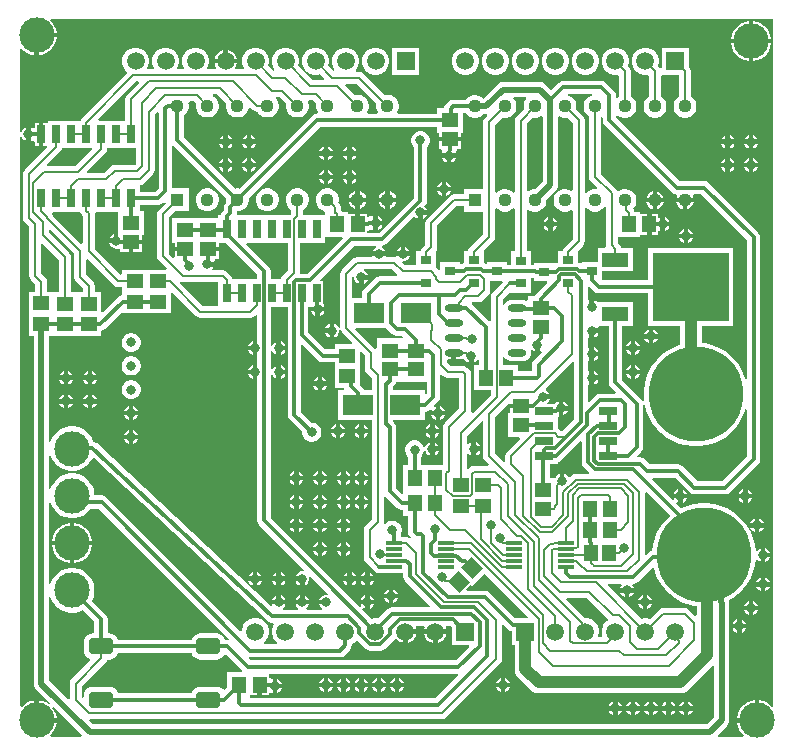
<source format=gtl>
G04*
G04 #@! TF.GenerationSoftware,Altium Limited,Altium Designer,21.4.1 (30)*
G04*
G04 Layer_Physical_Order=1*
G04 Layer_Color=255*
%FSLAX25Y25*%
%MOIN*%
G70*
G04*
G04 #@! TF.SameCoordinates,C77C1ACD-4D57-4A05-B96A-415324BACB4A*
G04*
G04*
G04 #@! TF.FilePolarity,Positive*
G04*
G01*
G75*
%ADD11C,0.00787*%
%ADD14R,0.04528X0.05315*%
%ADD15R,0.05512X0.05118*%
%ADD16R,0.05512X0.01181*%
%ADD17R,0.05118X0.05512*%
%ADD18R,0.09843X0.06693*%
%ADD19R,0.05315X0.04528*%
%ADD20R,0.06004X0.02559*%
G04:AMPARAMS|DCode=21|XSize=55.12mil|YSize=51.18mil|CornerRadius=0mil|HoleSize=0mil|Usage=FLASHONLY|Rotation=135.000|XOffset=0mil|YOffset=0mil|HoleType=Round|Shape=Rectangle|*
%AMROTATEDRECTD21*
4,1,4,0.03758,-0.00139,0.00139,-0.03758,-0.03758,0.00139,-0.00139,0.03758,0.03758,-0.00139,0.0*
%
%ADD21ROTATEDRECTD21*%

%ADD22O,0.06102X0.02362*%
%ADD23R,0.25197X0.22835*%
%ADD24R,0.08661X0.04724*%
G04:AMPARAMS|DCode=25|XSize=55.12mil|YSize=82.68mil|CornerRadius=13.78mil|HoleSize=0mil|Usage=FLASHONLY|Rotation=90.000|XOffset=0mil|YOffset=0mil|HoleType=Round|Shape=RoundedRectangle|*
%AMROUNDEDRECTD25*
21,1,0.05512,0.05512,0,0,90.0*
21,1,0.02756,0.08268,0,0,90.0*
1,1,0.02756,0.02756,0.01378*
1,1,0.02756,0.02756,-0.01378*
1,1,0.02756,-0.02756,-0.01378*
1,1,0.02756,-0.02756,0.01378*
%
%ADD25ROUNDEDRECTD25*%
%ADD26R,0.02559X0.06004*%
%ADD27R,0.03543X0.03150*%
%ADD49C,0.01181*%
%ADD50C,0.01968*%
%ADD51C,0.03937*%
%ADD52C,0.05906*%
%ADD53R,0.05906X0.05906*%
%ADD54C,0.04449*%
%ADD55R,0.04449X0.04449*%
%ADD56C,0.11811*%
%ADD57C,0.31496*%
%ADD58C,0.03150*%
G36*
X121101Y213462D02*
X121004Y213099D01*
Y212098D01*
X121263Y211132D01*
X121581Y210582D01*
X121292Y210082D01*
X118315D01*
X118026Y210582D01*
X118343Y211132D01*
X118602Y212098D01*
Y213099D01*
X118343Y214065D01*
X117843Y214931D01*
X117136Y215638D01*
X116270Y216139D01*
X115303Y216398D01*
X114303D01*
X113940Y216300D01*
X110662Y219578D01*
X110853Y220040D01*
X114523D01*
X121101Y213462D01*
D02*
G37*
G36*
X71101D02*
X71004Y213099D01*
Y212098D01*
X71263Y211132D01*
X71763Y210266D01*
X72470Y209558D01*
X73337Y209058D01*
X74303Y208799D01*
X75303D01*
X76270Y209058D01*
X77136Y209558D01*
X77843Y210266D01*
X78343Y211132D01*
X78570Y211979D01*
X79055Y212201D01*
X79978Y211278D01*
X80629Y210843D01*
X81398Y210690D01*
X81518D01*
X81763Y210266D01*
X82470Y209558D01*
X83337Y209058D01*
X84303Y208799D01*
X85303D01*
X86270Y209058D01*
X87136Y209558D01*
X87843Y210266D01*
X88343Y211132D01*
X88602Y212098D01*
Y213099D01*
X88343Y214065D01*
X87843Y214931D01*
X87565Y215210D01*
X87772Y215709D01*
X88854D01*
X91101Y213462D01*
X91004Y213099D01*
Y212098D01*
X91263Y211132D01*
X91763Y210266D01*
X92470Y209558D01*
X93337Y209058D01*
X94303Y208799D01*
X95303D01*
X96270Y209058D01*
X97136Y209558D01*
X97843Y210266D01*
X98343Y211132D01*
X98602Y212098D01*
Y213099D01*
X98353Y214028D01*
X98355Y214146D01*
X98576Y214528D01*
X100035D01*
X101101Y213462D01*
X101004Y213099D01*
Y212098D01*
X101263Y211132D01*
X101581Y210582D01*
X101353Y210112D01*
X101297Y210073D01*
X100494Y209914D01*
X99777Y209435D01*
X75443Y185100D01*
X75303Y185138D01*
X74303D01*
X74164Y185100D01*
X57011Y202253D01*
Y209486D01*
X57136Y209558D01*
X57843Y210266D01*
X58343Y211132D01*
X58602Y212098D01*
Y213099D01*
X58459Y213635D01*
X58842Y214135D01*
X60428D01*
X61101Y213462D01*
X61004Y213099D01*
Y212098D01*
X61263Y211132D01*
X61763Y210266D01*
X62470Y209558D01*
X63337Y209058D01*
X64303Y208799D01*
X65303D01*
X66270Y209058D01*
X67136Y209558D01*
X67843Y210266D01*
X68343Y211132D01*
X68602Y212098D01*
Y213099D01*
X68343Y214065D01*
X67843Y214931D01*
X67136Y215638D01*
X66515Y215997D01*
X66649Y216497D01*
X68066D01*
X71101Y213462D01*
D02*
G37*
G36*
X253497Y12581D02*
X252997Y12374D01*
X252298Y13073D01*
X251202Y13805D01*
X249984Y14310D01*
X248781Y14549D01*
Y7874D01*
X248031D01*
Y7124D01*
X241357D01*
X241596Y5922D01*
X242100Y4704D01*
X242833Y3607D01*
X243532Y2908D01*
X243325Y2409D01*
X235058D01*
X234867Y2870D01*
X238046Y6049D01*
X238456Y6583D01*
X238714Y7206D01*
X238802Y7874D01*
Y47075D01*
X238714Y47743D01*
X238682Y47820D01*
X239960Y48558D01*
X241761Y49940D01*
X243367Y51546D01*
X244749Y53347D01*
X245885Y55314D01*
X246754Y57412D01*
X247341Y59605D01*
X247580Y61418D01*
X247654Y61460D01*
X248102Y61550D01*
X248662Y60989D01*
X249250Y60746D01*
Y62992D01*
Y65238D01*
X248662Y64995D01*
X248102Y64434D01*
X247654Y64524D01*
X247580Y64566D01*
X247341Y66379D01*
X246754Y68572D01*
X245885Y70670D01*
X244749Y72637D01*
X243367Y74438D01*
X241761Y76044D01*
X239960Y77426D01*
X237993Y78562D01*
X235895Y79431D01*
X233702Y80019D01*
X231450Y80315D01*
X229180D01*
X226928Y80019D01*
X224735Y79431D01*
X222674Y78577D01*
X221127Y80123D01*
X221410Y80547D01*
X221691Y80431D01*
Y81927D01*
X220195D01*
X220311Y81647D01*
X219887Y81363D01*
X212975Y88275D01*
X213167Y88737D01*
X220739D01*
X225604Y83872D01*
X226321Y83393D01*
X227165Y83225D01*
X237402D01*
X238246Y83393D01*
X238963Y83872D01*
X248411Y93321D01*
X248890Y94037D01*
X249058Y94882D01*
Y168898D01*
X248890Y169743D01*
X248411Y170459D01*
X231876Y186994D01*
X231160Y187473D01*
X230315Y187641D01*
X222174D01*
X201027Y208788D01*
Y209404D01*
X201489Y209595D01*
X201644Y209440D01*
X202510Y208940D01*
X203476Y208681D01*
X204476D01*
X205443Y208940D01*
X206309Y209440D01*
X207016Y210148D01*
X207517Y211014D01*
X207775Y211980D01*
Y212981D01*
X207517Y213947D01*
X207016Y214813D01*
X206309Y215521D01*
X205983Y215709D01*
Y224370D01*
X205831Y225138D01*
X205396Y225789D01*
X205084Y226101D01*
X205315Y226963D01*
Y228155D01*
X205006Y229307D01*
X204410Y230339D01*
X203567Y231182D01*
X202535Y231778D01*
X201383Y232087D01*
X200191D01*
X199040Y231778D01*
X198007Y231182D01*
X197164Y230339D01*
X196568Y229307D01*
X196260Y228155D01*
Y226963D01*
X196568Y225812D01*
X197164Y224779D01*
X198007Y223936D01*
X199040Y223340D01*
X200191Y223032D01*
X201383D01*
X201573Y223082D01*
X201969Y222778D01*
Y215709D01*
X201644Y215521D01*
X201489Y215366D01*
X201027Y215557D01*
Y216142D01*
X200859Y216987D01*
X200380Y217703D01*
X197624Y220459D01*
X196908Y220937D01*
X196063Y221105D01*
X183465D01*
X182620Y220937D01*
X181903Y220459D01*
X179398Y217953D01*
X177416Y219935D01*
X176881Y220346D01*
X176259Y220603D01*
X175591Y220691D01*
X163386D01*
X162718Y220603D01*
X162095Y220346D01*
X161561Y219935D01*
X156728Y215102D01*
X156309Y215521D01*
X155443Y216021D01*
X154476Y216280D01*
X153476D01*
X152510Y216021D01*
X151644Y215521D01*
X150936Y214813D01*
X150864Y214688D01*
X146558D01*
X145713Y214520D01*
X144997Y214041D01*
X144305Y213350D01*
X143826Y212633D01*
X143702Y212008D01*
X141339D01*
Y210082D01*
X128314D01*
X128026Y210582D01*
X128343Y211132D01*
X128602Y212098D01*
Y213099D01*
X128343Y214065D01*
X127843Y214931D01*
X127136Y215638D01*
X126270Y216139D01*
X125303Y216398D01*
X124303D01*
X123940Y216300D01*
X116773Y223466D01*
X116122Y223902D01*
X115354Y224054D01*
X114418D01*
X114226Y224516D01*
X114489Y224779D01*
X115085Y225812D01*
X115394Y226963D01*
Y228155D01*
X115085Y229307D01*
X114489Y230339D01*
X113646Y231182D01*
X112614Y231778D01*
X111462Y232087D01*
X110270D01*
X109119Y231778D01*
X108086Y231182D01*
X107243Y230339D01*
X106647Y229307D01*
X106339Y228155D01*
Y226963D01*
X106647Y225812D01*
X107160Y224924D01*
X107034Y224493D01*
X106944Y224371D01*
X106901Y224362D01*
X105163Y226101D01*
X105394Y226963D01*
Y228155D01*
X105085Y229307D01*
X104489Y230339D01*
X103646Y231182D01*
X102614Y231778D01*
X101462Y232087D01*
X100270D01*
X99119Y231778D01*
X98086Y231182D01*
X97243Y230339D01*
X96647Y229307D01*
X96339Y228155D01*
Y226963D01*
X96647Y225812D01*
X97243Y224779D01*
X98086Y223936D01*
X99119Y223340D01*
X100270Y223032D01*
X101462D01*
X102324Y223263D01*
X103826Y221760D01*
X103635Y221298D01*
X99965D01*
X95163Y226101D01*
X95394Y226963D01*
Y228155D01*
X95085Y229307D01*
X94489Y230339D01*
X93646Y231182D01*
X92614Y231778D01*
X91462Y232087D01*
X90270D01*
X89119Y231778D01*
X88086Y231182D01*
X87243Y230339D01*
X86647Y229307D01*
X86339Y228155D01*
Y226963D01*
X86647Y225812D01*
X87160Y224924D01*
X87034Y224493D01*
X86944Y224371D01*
X86901Y224362D01*
X85163Y226101D01*
X85394Y226963D01*
Y228155D01*
X85085Y229307D01*
X84489Y230339D01*
X83646Y231182D01*
X82614Y231778D01*
X81462Y232087D01*
X80270D01*
X79119Y231778D01*
X78086Y231182D01*
X77243Y230339D01*
X76647Y229307D01*
X76339Y228155D01*
Y226963D01*
X76647Y225812D01*
X76957Y225275D01*
X76707Y224842D01*
X74069D01*
X73905Y225342D01*
X74351Y226115D01*
X74537Y226809D01*
X70866D01*
X67195D01*
X67381Y226115D01*
X67828Y225342D01*
X67663Y224842D01*
X65025D01*
X64775Y225275D01*
X65085Y225812D01*
X65394Y226963D01*
Y228155D01*
X65085Y229307D01*
X64489Y230339D01*
X63646Y231182D01*
X62614Y231778D01*
X61462Y232087D01*
X60270D01*
X59119Y231778D01*
X58086Y231182D01*
X57243Y230339D01*
X56647Y229307D01*
X56339Y228155D01*
Y226963D01*
X56647Y225812D01*
X56957Y225275D01*
X56707Y224842D01*
X55025D01*
X54775Y225275D01*
X55085Y225812D01*
X55394Y226963D01*
Y228155D01*
X55085Y229307D01*
X54489Y230339D01*
X53646Y231182D01*
X52614Y231778D01*
X51462Y232087D01*
X50270D01*
X49119Y231778D01*
X48086Y231182D01*
X47243Y230339D01*
X46647Y229307D01*
X46339Y228155D01*
Y226963D01*
X46647Y225812D01*
X46957Y225275D01*
X46707Y224842D01*
X45025D01*
X44775Y225275D01*
X45085Y225812D01*
X45394Y226963D01*
Y228155D01*
X45085Y229307D01*
X44489Y230339D01*
X43646Y231182D01*
X42614Y231778D01*
X41462Y232087D01*
X40270D01*
X39119Y231778D01*
X38086Y231182D01*
X37243Y230339D01*
X36647Y229307D01*
X36339Y228155D01*
Y226963D01*
X36647Y225812D01*
X37243Y224779D01*
X37953Y224069D01*
X37969Y223485D01*
X22990Y208506D01*
X22555Y207855D01*
X22539Y207774D01*
X11555D01*
Y207454D01*
X11476Y206986D01*
X10159D01*
Y203197D01*
Y199407D01*
X11337D01*
X11465Y198907D01*
X3896Y191339D01*
X3461Y190687D01*
X3308Y189919D01*
Y175394D01*
X3461Y174626D01*
X3896Y173975D01*
X5473Y172397D01*
Y155905D01*
X5626Y155137D01*
X6061Y154486D01*
X7442Y153106D01*
Y150689D01*
X5217D01*
Y143012D01*
Y136122D01*
X6868D01*
Y20079D01*
X6956Y19411D01*
X7214Y18788D01*
X7624Y18254D01*
X12330Y13548D01*
X12011Y13159D01*
X11044Y13805D01*
X9826Y14310D01*
X8624Y14549D01*
Y8624D01*
X14549D01*
X14310Y9826D01*
X13805Y11044D01*
X13159Y12011D01*
X13548Y12330D01*
X23007Y2870D01*
X22816Y2409D01*
X12581D01*
X12374Y2908D01*
X13073Y3607D01*
X13805Y4704D01*
X14310Y5922D01*
X14549Y7124D01*
X7874D01*
Y7874D01*
X7124D01*
Y14549D01*
X5922Y14310D01*
X4704Y13805D01*
X3607Y13073D01*
X2908Y12374D01*
X2409Y12581D01*
Y202212D01*
X2908Y202311D01*
X3115Y201812D01*
X3780Y201147D01*
X4368Y200903D01*
Y203150D01*
Y205396D01*
X3780Y205152D01*
X3115Y204488D01*
X2908Y203988D01*
X2409Y204087D01*
Y231514D01*
X2908Y231721D01*
X3607Y231022D01*
X4704Y230289D01*
X5922Y229785D01*
X7124Y229546D01*
Y236221D01*
X7874D01*
Y236970D01*
X14549D01*
X14310Y238173D01*
X13805Y239391D01*
X13073Y240487D01*
X12374Y241186D01*
X12581Y241686D01*
X253497D01*
Y12581D01*
D02*
G37*
G36*
X176553Y209004D02*
Y187447D01*
X174125Y185020D01*
X173476D01*
X172510Y184761D01*
X171798Y184350D01*
X171298Y184570D01*
Y206964D01*
X173113Y208779D01*
X173476Y208681D01*
X174477D01*
X175443Y208940D01*
X176053Y209292D01*
X176553Y209004D01*
D02*
G37*
G36*
X171152Y215029D02*
X170936Y214813D01*
X170436Y213947D01*
X170177Y212981D01*
Y211980D01*
X170274Y211617D01*
X167872Y209215D01*
X167437Y208563D01*
X167284Y207795D01*
Y183993D01*
X166784Y183785D01*
X166309Y184260D01*
X165443Y184761D01*
X164477Y185020D01*
X163476D01*
X162510Y184761D01*
X161644Y184260D01*
X161169Y183785D01*
X160669Y183993D01*
Y206334D01*
X163113Y208779D01*
X163476Y208681D01*
X164477D01*
X165443Y208940D01*
X166309Y209440D01*
X167016Y210148D01*
X167517Y211014D01*
X167775Y211980D01*
Y212981D01*
X167517Y213947D01*
X167016Y214813D01*
X166800Y215029D01*
X167008Y215529D01*
X170945D01*
X171152Y215029D01*
D02*
G37*
G36*
X41937Y220366D02*
X37990Y216419D01*
X37555Y215768D01*
X37402Y215000D01*
Y207774D01*
X28588D01*
X28397Y208236D01*
X40989Y220828D01*
X41745D01*
X41937Y220366D01*
D02*
G37*
G36*
X150936Y210148D02*
X151644Y209440D01*
X152510Y208940D01*
X153476Y208681D01*
X154476D01*
X155443Y208940D01*
X156309Y209440D01*
X156768Y209899D01*
X157756D01*
X157864Y209913D01*
X158097Y209440D01*
X157242Y208585D01*
X156807Y207933D01*
X156654Y207166D01*
Y185020D01*
X150177D01*
Y183228D01*
X146968D01*
X146200Y183075D01*
X145549Y182640D01*
X137951Y175041D01*
X137516Y174390D01*
X137363Y173622D01*
Y166382D01*
X136376Y165395D01*
X135941Y164744D01*
X135867Y164370D01*
X134449D01*
Y159487D01*
X130753D01*
X129716Y160524D01*
X129923Y161024D01*
X130391D01*
X131259Y161383D01*
X131924Y162048D01*
X132167Y162636D01*
X127675D01*
X127695Y162587D01*
X127378Y162201D01*
X127165Y162243D01*
X124581D01*
X124319Y162636D01*
X119776D01*
X119514Y162243D01*
X114567D01*
X113799Y162091D01*
X113148Y161655D01*
X109604Y158112D01*
X109169Y157461D01*
X109017Y156693D01*
Y138714D01*
X108517Y138615D01*
X108302Y139133D01*
X107637Y139798D01*
X107049Y140041D01*
Y137795D01*
Y135549D01*
X107637Y135793D01*
X108302Y136457D01*
X108661Y137325D01*
Y137805D01*
X109161Y137854D01*
X109169Y137815D01*
X109604Y137163D01*
X113038Y133730D01*
X112847Y133268D01*
X107185D01*
Y131637D01*
X104084D01*
X98468Y137253D01*
Y145770D01*
X99075D01*
X99075Y145770D01*
X99181Y145320D01*
X99181Y145319D01*
X99212Y145271D01*
Y145352D01*
X99328Y145632D01*
X103821D01*
X103783Y145725D01*
Y145809D01*
X103614Y146654D01*
X103428Y146933D01*
Y150347D01*
X103287Y151055D01*
Y154136D01*
X102400D01*
X102208Y154598D01*
X113612Y166002D01*
X120884D01*
X120983Y165502D01*
X120709Y165388D01*
X120045Y164724D01*
X119801Y164136D01*
X124293D01*
X124050Y164724D01*
X123385Y165388D01*
X123070Y165519D01*
X123121Y166039D01*
X123779Y166170D01*
X124495Y166649D01*
X133699Y175852D01*
X133824Y175827D01*
X134489Y175163D01*
X135077Y174919D01*
Y177165D01*
X135827D01*
Y177915D01*
X138073D01*
X137829Y178503D01*
X137165Y179168D01*
X137411Y179575D01*
X137866Y180257D01*
X138034Y181102D01*
Y198935D01*
X138347Y199247D01*
X138762Y199965D01*
X138976Y200766D01*
Y201596D01*
X138762Y202397D01*
X138347Y203115D01*
X137761Y203701D01*
X137042Y204116D01*
X136241Y204331D01*
X135412D01*
X134611Y204116D01*
X133893Y203701D01*
X133307Y203115D01*
X132892Y202397D01*
X132677Y201596D01*
Y200766D01*
X132892Y199965D01*
X133307Y199247D01*
X133619Y198935D01*
Y182017D01*
X122020Y170417D01*
X117913D01*
Y171021D01*
X118307D01*
X119152Y171189D01*
X119490Y171414D01*
X120023D01*
X120116Y171376D01*
Y173622D01*
Y175868D01*
X120023Y175830D01*
X118701D01*
X118300Y175750D01*
X117913Y176067D01*
Y176673D01*
X115612D01*
Y173228D01*
X114112D01*
Y176673D01*
X111811D01*
X111811Y177173D01*
Y177461D01*
X109769D01*
X109392Y178025D01*
X109192Y178225D01*
Y178904D01*
X109039Y179672D01*
X108604Y180324D01*
X108494Y180434D01*
X108602Y180838D01*
Y181839D01*
X108343Y182805D01*
X107843Y183671D01*
X107136Y184379D01*
X106270Y184879D01*
X105303Y185138D01*
X104303D01*
X103337Y184879D01*
X102470Y184379D01*
X101763Y183671D01*
X101263Y182805D01*
X101004Y181839D01*
Y180838D01*
X101263Y179872D01*
X101763Y179006D01*
X102470Y178298D01*
X103337Y177798D01*
X103730Y177693D01*
X104134Y177461D01*
Y176753D01*
X104075Y176277D01*
X96810D01*
Y178110D01*
X97136Y178298D01*
X97843Y179006D01*
X98343Y179872D01*
X98602Y180838D01*
Y181839D01*
X98343Y182805D01*
X97843Y183671D01*
X97136Y184379D01*
X96270Y184879D01*
X95303Y185138D01*
X94303D01*
X93337Y184879D01*
X92470Y184379D01*
X91763Y183671D01*
X91263Y182805D01*
X91004Y181839D01*
Y180838D01*
X91263Y179872D01*
X91763Y179006D01*
X92470Y178298D01*
X92796Y178110D01*
Y176788D01*
X92286Y176277D01*
X74878D01*
X74561Y176664D01*
X74649Y177104D01*
Y177539D01*
X75303D01*
X76270Y177798D01*
X77136Y178298D01*
X77843Y179006D01*
X78343Y179872D01*
X78602Y180838D01*
Y181839D01*
X78565Y181978D01*
X102253Y205666D01*
X141339D01*
Y203740D01*
X142126D01*
Y202325D01*
X145669D01*
X149213D01*
Y203740D01*
X150000D01*
Y210273D01*
X150864D01*
X150936Y210148D01*
D02*
G37*
G36*
X26422Y198158D02*
X20822Y192558D01*
X11446D01*
X11254Y193020D01*
X15829Y197594D01*
X16264Y198246D01*
X16338Y198620D01*
X26231D01*
X26422Y198158D01*
D02*
G37*
G36*
X40906Y193351D02*
X40507Y192952D01*
X33858D01*
X33090Y192799D01*
X32439Y192364D01*
X30271Y190196D01*
X24790D01*
X24599Y190658D01*
X30829Y196888D01*
X31264Y197539D01*
X31416Y198307D01*
Y198620D01*
X40906D01*
Y193351D01*
D02*
G37*
G36*
X193141Y216190D02*
X192510Y216021D01*
X191644Y215521D01*
X190936Y214813D01*
X190436Y213947D01*
X190177Y212981D01*
Y211980D01*
X190436Y211014D01*
X190936Y210148D01*
X191644Y209440D01*
X191969Y209252D01*
Y189094D01*
X192122Y188327D01*
X192557Y187675D01*
X194775Y185457D01*
X194516Y185009D01*
X194476Y185020D01*
X193476D01*
X192510Y184761D01*
X191644Y184260D01*
X191090Y183707D01*
X190590Y183914D01*
Y207874D01*
X190437Y208642D01*
X190002Y209293D01*
X187678Y211617D01*
X187776Y211980D01*
Y212981D01*
X187517Y213947D01*
X187016Y214813D01*
X186309Y215521D01*
X185443Y216021D01*
X184811Y216190D01*
X184877Y216690D01*
X193076D01*
X193141Y216190D01*
D02*
G37*
G36*
X182510Y208940D02*
X183476Y208681D01*
X184476D01*
X184840Y208779D01*
X186576Y207043D01*
Y184672D01*
X186076Y184395D01*
X185443Y184761D01*
X184476Y185020D01*
X183476D01*
X182510Y184761D01*
X181644Y184260D01*
X180936Y183553D01*
X180436Y182687D01*
X180177Y181721D01*
Y180720D01*
X180436Y179754D01*
X180936Y178888D01*
X181644Y178180D01*
X182510Y177680D01*
X183476Y177421D01*
X184476D01*
X185443Y177680D01*
X186076Y178045D01*
X186576Y177769D01*
Y168351D01*
X183620Y165395D01*
X183185Y164744D01*
X183111Y164370D01*
X181693D01*
Y160406D01*
X181200Y160308D01*
X180953Y160142D01*
X180512Y160378D01*
Y160433D01*
X173819D01*
Y159688D01*
X172638D01*
Y164173D01*
X171298D01*
Y177871D01*
X171798Y178091D01*
X172510Y177680D01*
X173476Y177421D01*
X174477D01*
X175443Y177680D01*
X176309Y178180D01*
X177016Y178888D01*
X177517Y179754D01*
X177776Y180720D01*
Y181369D01*
X180959Y184553D01*
X181369Y185087D01*
X181627Y185710D01*
X181715Y186378D01*
Y208899D01*
X182148Y209149D01*
X182510Y208940D01*
D02*
G37*
G36*
X48580Y210442D02*
Y185167D01*
X47463Y184050D01*
X42264D01*
Y186242D01*
X42935Y186376D01*
X43587Y186811D01*
X46695Y189919D01*
X47130Y190570D01*
X47283Y191339D01*
Y209799D01*
X48118Y210634D01*
X48580Y210442D01*
D02*
G37*
G36*
X197599Y178897D02*
Y166142D01*
X197656Y165854D01*
X197246Y165354D01*
X194882D01*
Y160630D01*
X189567D01*
Y160378D01*
X189126Y160142D01*
X188879Y160308D01*
X188386Y160406D01*
Y164370D01*
X188386Y164370D01*
X188386D01*
X188651Y164749D01*
X190002Y166100D01*
X190437Y166752D01*
X190590Y167520D01*
Y178527D01*
X191090Y178734D01*
X191644Y178180D01*
X192510Y177680D01*
X193476Y177421D01*
X194476D01*
X195443Y177680D01*
X196309Y178180D01*
X197017Y178888D01*
X197099Y179031D01*
X197599Y178897D01*
D02*
G37*
G36*
X167284Y178448D02*
Y164173D01*
X165945D01*
Y159688D01*
X164764D01*
Y160630D01*
X158071D01*
Y159959D01*
X157571Y159800D01*
X157542Y159829D01*
X156890Y160265D01*
Y164370D01*
X156890Y164370D01*
X156890D01*
X157155Y164749D01*
X160081Y167675D01*
X160516Y168326D01*
X160669Y169094D01*
Y178448D01*
X161169Y178655D01*
X161644Y178180D01*
X162510Y177680D01*
X163476Y177421D01*
X164477D01*
X165443Y177680D01*
X166309Y178180D01*
X166784Y178655D01*
X167284Y178448D01*
D02*
G37*
G36*
X22555Y176891D02*
X22990Y176240D01*
X23190Y176041D01*
Y166916D01*
X22728Y166725D01*
X13331Y176122D01*
X13272Y176419D01*
X13040Y176766D01*
X13308Y177266D01*
X22481D01*
X22555Y176891D01*
D02*
G37*
G36*
X50826Y180461D02*
X50857Y180231D01*
X48581Y177955D01*
X48146Y177304D01*
X47993Y176535D01*
Y162598D01*
X48146Y161830D01*
X48581Y161179D01*
X51227Y158533D01*
X51036Y158071D01*
X36319D01*
Y156597D01*
X35819Y156390D01*
X27204Y165005D01*
Y176872D01*
X27202Y176879D01*
X27520Y177266D01*
X35039D01*
Y170291D01*
X35002Y170266D01*
Y167717D01*
X34252D01*
Y166966D01*
X32006D01*
X32249Y166378D01*
X32914Y165714D01*
X33551Y165450D01*
X33801Y165283D01*
X34646Y165115D01*
X35827D01*
Y163976D01*
X38620D01*
Y167323D01*
X39370D01*
Y168073D01*
X42913D01*
Y169488D01*
X43701D01*
Y177756D01*
X42264D01*
Y179635D01*
X48378D01*
X49223Y179803D01*
X49939Y180281D01*
X50296Y180639D01*
X50826Y180461D01*
D02*
G37*
G36*
X71041Y181978D02*
X71004Y181839D01*
Y180838D01*
X71061Y180627D01*
X70880Y180446D01*
X70401Y179729D01*
X70233Y178885D01*
Y178019D01*
X69659Y177445D01*
X69181Y176729D01*
X69091Y176277D01*
X68366D01*
Y175394D01*
X60630D01*
Y175394D01*
X53150D01*
Y167126D01*
X53937D01*
Y165711D01*
X57480D01*
Y164211D01*
X53937D01*
Y162207D01*
X53437Y162000D01*
X52007Y163430D01*
Y175704D01*
X53842Y177539D01*
X58602D01*
Y185138D01*
X52995D01*
Y199317D01*
X53495Y199524D01*
X71041Y181978D01*
D02*
G37*
G36*
X150177Y177421D02*
X156654D01*
Y169926D01*
X152124Y165395D01*
X151689Y164744D01*
X151615Y164370D01*
X150197D01*
Y160265D01*
X149544Y159829D01*
X149516Y159800D01*
X149016Y159959D01*
Y160630D01*
X142323D01*
Y158019D01*
X141861Y157828D01*
X141142Y158547D01*
Y164370D01*
X141142Y164370D01*
X141224Y164783D01*
X141224Y164783D01*
X141377Y165551D01*
Y172791D01*
X147800Y179213D01*
X150177D01*
Y177421D01*
D02*
G37*
G36*
X109900Y168534D02*
X98103Y156737D01*
X95932D01*
X95708Y157010D01*
Y167124D01*
X104075D01*
Y168520D01*
X104134Y168996D01*
X109709D01*
X109900Y168534D01*
D02*
G37*
G36*
X91694Y157841D02*
X89801Y155949D01*
X89366Y155298D01*
X89292Y154923D01*
X85889D01*
Y157518D01*
X85721Y158363D01*
X85242Y159079D01*
X77659Y166662D01*
X77850Y167124D01*
X91694D01*
Y157841D01*
D02*
G37*
G36*
X81473Y156603D02*
Y154923D01*
X73149D01*
X73075Y155298D01*
X72640Y155949D01*
X71264Y157325D01*
X70613Y157760D01*
X69845Y157913D01*
X66631D01*
X66440Y158375D01*
X66570Y158504D01*
X66813Y159092D01*
X64567D01*
Y160592D01*
X67044D01*
X67168Y161221D01*
Y161614D01*
X68504D01*
Y164211D01*
X64961D01*
Y165711D01*
X68504D01*
Y167124D01*
X70953D01*
X81473Y156603D01*
D02*
G37*
G36*
X128115Y156448D02*
X127908Y155948D01*
X122244D01*
X121399Y155780D01*
X120683Y155301D01*
X116943Y151561D01*
X116464Y150845D01*
X116296Y150000D01*
Y148622D01*
X113031D01*
Y155785D01*
X113332Y156030D01*
X113779Y155786D01*
Y155042D01*
X114139Y154174D01*
X114804Y153509D01*
X115392Y153266D01*
Y155512D01*
X116142D01*
Y156262D01*
X118388D01*
X118144Y156850D01*
X117480Y157514D01*
X116961Y157729D01*
X117061Y158229D01*
X126334D01*
X128115Y156448D01*
D02*
G37*
G36*
X20434Y163342D02*
Y155512D01*
X20587Y154744D01*
X21022Y154093D01*
X23190Y151925D01*
Y150591D01*
X20965D01*
Y150591D01*
X19330D01*
Y162205D01*
X19177Y162973D01*
X18742Y163624D01*
X11850Y170516D01*
Y171273D01*
X12312Y171464D01*
X20434Y163342D01*
D02*
G37*
G36*
X15316Y161373D02*
Y150591D01*
X13681D01*
Y150689D01*
X11456D01*
Y153937D01*
X11303Y154705D01*
X10868Y155356D01*
X9487Y156737D01*
Y166549D01*
X9949Y166740D01*
X15316Y161373D01*
D02*
G37*
G36*
X173368Y155244D02*
X173819Y155154D01*
Y154134D01*
X177917D01*
X178109Y153672D01*
X174423Y149986D01*
X174038Y149409D01*
X171654D01*
Y148072D01*
X171154Y147792D01*
X170700Y147980D01*
X169980Y148075D01*
X166240D01*
X165521Y147980D01*
X164850Y147703D01*
X164275Y147261D01*
X163833Y146685D01*
X163728Y146431D01*
X163228Y146530D01*
Y148184D01*
X165586Y150543D01*
X165945Y150394D01*
Y150394D01*
X172638D01*
Y155273D01*
X173324D01*
X173368Y155244D01*
D02*
G37*
G36*
X56693Y153899D02*
X68366D01*
Y146102D01*
X63233D01*
X55712Y153623D01*
X55814Y153828D01*
X56007Y154035D01*
X56693Y153899D01*
D02*
G37*
G36*
X33718Y152813D02*
X34370Y152378D01*
X35138Y152225D01*
X36319D01*
Y149511D01*
X35671Y149382D01*
X34955Y148904D01*
X29891Y143840D01*
X29429Y144031D01*
Y150591D01*
X27204D01*
Y152756D01*
X27051Y153524D01*
X26616Y154175D01*
X24448Y156343D01*
Y161430D01*
X24910Y161622D01*
X33718Y152813D01*
D02*
G37*
G36*
X60982Y142675D02*
X61634Y142240D01*
X62402Y142087D01*
X79151D01*
X79920Y142240D01*
X80571Y142675D01*
X81011Y143116D01*
X81473Y142925D01*
Y134449D01*
X81459Y134439D01*
Y131890D01*
Y129340D01*
X81473Y129331D01*
Y126575D01*
X81459Y126565D01*
Y124016D01*
Y121466D01*
X81473Y121457D01*
Y74508D01*
X81642Y73663D01*
X82120Y72947D01*
X97129Y57938D01*
X96981Y57604D01*
X96879Y57480D01*
X95987D01*
X95119Y57121D01*
X94454Y56456D01*
X94210Y55868D01*
X96457D01*
Y55118D01*
X97207D01*
Y52872D01*
X97795Y53115D01*
X98459Y53780D01*
X98819Y54648D01*
Y55541D01*
X98942Y55642D01*
X99276Y55790D01*
X102140Y52927D01*
X105003Y50064D01*
X104855Y49730D01*
X104753Y49606D01*
X103861D01*
X102993Y49247D01*
X102328Y48582D01*
X102085Y47994D01*
X104331D01*
Y46494D01*
X102085D01*
X102328Y45906D01*
X102993Y45241D01*
X103026Y45228D01*
X102927Y44728D01*
X97860D01*
X97761Y45228D01*
X97795Y45241D01*
X98459Y45906D01*
X98703Y46494D01*
X94210D01*
X94454Y45906D01*
X95119Y45241D01*
X95152Y45228D01*
X95053Y44728D01*
X89986D01*
X89887Y45228D01*
X89921Y45241D01*
X90585Y45906D01*
X90829Y46494D01*
X86336D01*
X86441Y46242D01*
X86020Y45951D01*
X27897Y100250D01*
X27562Y100458D01*
X27235Y100676D01*
X27197Y100684D01*
X27165Y100704D01*
X26814Y100761D01*
X26314Y101968D01*
X25495Y103194D01*
X24453Y104235D01*
X23228Y105054D01*
X21867Y105618D01*
X20422Y105905D01*
X18948D01*
X17503Y105618D01*
X16142Y105054D01*
X14917Y104235D01*
X13875Y103194D01*
X13056Y101968D01*
X12492Y100607D01*
X12030Y100747D01*
Y136122D01*
X13091D01*
Y136024D01*
X21555D01*
Y136024D01*
X29429D01*
Y137733D01*
X29880Y137822D01*
X30597Y138301D01*
X35952Y143656D01*
X36319Y143504D01*
Y143504D01*
X52657D01*
Y150293D01*
X53059Y150560D01*
X53086Y150571D01*
X60982Y142675D01*
D02*
G37*
G36*
X163197Y153831D02*
X159801Y150435D01*
X159366Y149784D01*
X159213Y149016D01*
Y141073D01*
X158713Y140866D01*
X152860Y146719D01*
X153055Y147219D01*
X155131D01*
X155899Y147372D01*
X156551Y147807D01*
X158506Y149762D01*
X158941Y150413D01*
X159094Y151181D01*
Y154331D01*
X162990D01*
X163197Y153831D01*
D02*
G37*
G36*
X198580Y120473D02*
X198748Y119628D01*
X199226Y118911D01*
X200901Y117237D01*
X200710Y116775D01*
X195669D01*
X194824Y116607D01*
X194108Y116128D01*
X192040Y114060D01*
X191578Y114251D01*
Y119594D01*
X191994Y119871D01*
X192163Y119801D01*
Y122047D01*
Y124293D01*
X191994Y124223D01*
X191578Y124501D01*
Y127468D01*
X191994Y127745D01*
X192163Y127675D01*
Y129921D01*
Y132167D01*
X191994Y132097D01*
X191578Y132375D01*
Y135342D01*
X191994Y135619D01*
X192163Y135549D01*
Y137795D01*
X192913D01*
Y138545D01*
X195160D01*
X194992Y138949D01*
X195228Y139400D01*
X195285Y139449D01*
X198580D01*
Y120473D01*
D02*
G37*
G36*
X124423Y138596D02*
X126392Y136628D01*
X127108Y136149D01*
X127953Y135981D01*
X129757D01*
X130019Y135659D01*
X129763Y135236D01*
X121260D01*
Y131812D01*
X120760Y131660D01*
X120711Y131734D01*
X114127Y138318D01*
X114319Y138779D01*
X124301D01*
X124423Y138596D01*
D02*
G37*
G36*
X175553Y130825D02*
X175999Y131009D01*
X176282Y130585D01*
X173636Y127939D01*
X173157Y127223D01*
X172989Y126378D01*
Y124255D01*
X168307D01*
Y126279D01*
X163228D01*
Y129060D01*
X163728Y129160D01*
X163833Y128905D01*
X164275Y128330D01*
X164850Y127888D01*
X165521Y127610D01*
X166240Y127515D01*
X169980D01*
X170700Y127610D01*
X171370Y127888D01*
X171946Y128330D01*
X172388Y128905D01*
X172665Y129576D01*
X172760Y130295D01*
X172665Y131015D01*
X172562Y131264D01*
X172986Y131547D01*
X173465Y131068D01*
X174053Y130825D01*
Y133071D01*
X175553D01*
Y130825D01*
D02*
G37*
G36*
X91552Y109783D02*
X91720Y108939D01*
X92199Y108222D01*
X96457Y103964D01*
Y103522D01*
X96671Y102721D01*
X97086Y102003D01*
X97672Y101417D01*
X98391Y101002D01*
X99192Y100787D01*
X100021D01*
X100822Y101002D01*
X101540Y101417D01*
X102127Y102003D01*
X102541Y102721D01*
X102756Y103522D01*
Y104352D01*
X102541Y105153D01*
X102127Y105871D01*
X101540Y106457D01*
X100822Y106872D01*
X100021Y107087D01*
X99579D01*
X95968Y110698D01*
Y132855D01*
X96430Y133047D01*
X101608Y127868D01*
X102324Y127390D01*
X103169Y127221D01*
X107185D01*
Y125591D01*
Y118701D01*
X110280D01*
X110466Y118394D01*
X110201Y117913D01*
X108465D01*
Y108071D01*
X119647D01*
Y74847D01*
X117478Y72679D01*
X117043Y72028D01*
X116891Y71260D01*
Y62205D01*
X117043Y61437D01*
X117478Y60786D01*
X119996Y58268D01*
X120007Y58210D01*
X120486Y57494D01*
X121202Y57016D01*
X122047Y56847D01*
X127165D01*
X127379Y56890D01*
X130076D01*
Y55905D01*
X130244Y55061D01*
X130722Y54344D01*
X139090Y45977D01*
X138899Y45515D01*
X126378D01*
X125533Y45347D01*
X124817Y44868D01*
X121773Y41825D01*
X121383Y41929D01*
X120191D01*
X119553Y41758D01*
X116426Y44885D01*
X116772Y45241D01*
X117360Y44998D01*
Y46494D01*
X115864D01*
X116108Y45906D01*
X115751Y45560D01*
X105262Y56049D01*
X85889Y75422D01*
Y123040D01*
X86389Y123139D01*
X86580Y122678D01*
X87245Y122013D01*
X87833Y121770D01*
Y124016D01*
Y126262D01*
X87245Y126018D01*
X86580Y125354D01*
X86389Y124892D01*
X85889Y124992D01*
Y130914D01*
X86389Y131013D01*
X86580Y130552D01*
X87245Y129887D01*
X87833Y129644D01*
Y131890D01*
Y134136D01*
X87245Y133892D01*
X86580Y133228D01*
X86389Y132766D01*
X85889Y132866D01*
Y145770D01*
X91552D01*
Y109783D01*
D02*
G37*
G36*
X147600Y128288D02*
X150251D01*
X150431Y128108D01*
X150698Y127930D01*
X150753Y127796D01*
X151418Y127131D01*
X152006Y126888D01*
Y129134D01*
X153506D01*
Y126888D01*
X154094Y127131D01*
X154759Y127796D01*
X154871Y128067D01*
X155371Y127968D01*
Y126279D01*
X153740D01*
Y117815D01*
X159213D01*
Y116383D01*
X153168Y110337D01*
X152707Y110583D01*
X152795Y111024D01*
Y123228D01*
X152642Y123996D01*
X152207Y124648D01*
X151419Y125435D01*
X150768Y125870D01*
X150000Y126023D01*
X145713D01*
X144527Y127209D01*
Y127984D01*
X144913Y128301D01*
X144980Y128288D01*
X146100D01*
Y130295D01*
X147600D01*
Y128288D01*
D02*
G37*
G36*
X196611Y208630D02*
Y207874D01*
X196779Y207029D01*
X197258Y206313D01*
X219699Y183872D01*
X220415Y183393D01*
X221097Y183258D01*
X221332Y182889D01*
X221368Y182725D01*
X221170Y182383D01*
X221059Y181970D01*
X223976D01*
X226893D01*
X226783Y182383D01*
X226585Y182725D01*
X226874Y183225D01*
X229400D01*
X244643Y167983D01*
Y121641D01*
X244143Y121575D01*
X243998Y122116D01*
X243129Y124214D01*
X241993Y126180D01*
X240611Y127982D01*
X239005Y129587D01*
X237204Y130970D01*
X235237Y132105D01*
X233139Y132974D01*
X230946Y133562D01*
X229558Y133745D01*
Y139409D01*
X240158D01*
Y165394D01*
X211811D01*
Y154609D01*
X196260D01*
Y157480D01*
X206693D01*
Y165354D01*
X202716D01*
X202642Y165729D01*
X202206Y166380D01*
X201613Y166973D01*
Y168996D01*
X209055D01*
Y169283D01*
X209055Y169783D01*
X209555Y169783D01*
X211356D01*
Y173228D01*
Y176673D01*
X209055Y176673D01*
X209055Y177173D01*
Y177461D01*
X207145D01*
X207071Y177835D01*
X206636Y178486D01*
Y178507D01*
X207016Y178888D01*
X207517Y179754D01*
X207775Y180720D01*
Y181721D01*
X207517Y182687D01*
X207016Y183553D01*
X206309Y184260D01*
X205443Y184761D01*
X204476Y185020D01*
X203476D01*
X202510Y184761D01*
X201899Y184408D01*
X201604Y184290D01*
X201239Y184564D01*
X201026Y184884D01*
X195983Y189926D01*
Y208831D01*
X196111Y208909D01*
X196611Y208630D01*
D02*
G37*
G36*
X117284Y129484D02*
Y125197D01*
X117437Y124429D01*
X117872Y123778D01*
X119647Y122003D01*
Y117913D01*
X116907D01*
X116522Y118490D01*
X115650Y119362D01*
Y125591D01*
Y130465D01*
X116112Y130656D01*
X117284Y129484D01*
D02*
G37*
G36*
X137950Y116750D02*
X137695Y116547D01*
X137205Y116765D01*
Y117913D01*
X126617D01*
Y118967D01*
X127152Y119502D01*
X127630Y120218D01*
X127720Y120669D01*
X129921D01*
Y120669D01*
X137950D01*
Y116750D01*
D02*
G37*
G36*
X193675Y150840D02*
X194391Y150362D01*
X195236Y150194D01*
X211811D01*
Y139409D01*
X222410D01*
Y133090D01*
X221979Y132974D01*
X219881Y132105D01*
X217914Y130970D01*
X216113Y129587D01*
X214507Y127982D01*
X213125Y126180D01*
X211989Y124214D01*
X211120Y122116D01*
X210533Y119922D01*
X210236Y117671D01*
Y115400D01*
X210346Y114564D01*
X209895Y114279D01*
X209879Y114283D01*
X209435Y114947D01*
X202995Y121387D01*
Y139449D01*
X206693D01*
Y147323D01*
X194882D01*
X194882Y147323D01*
Y147323D01*
X194439Y147484D01*
X194252Y147672D01*
X193663Y147915D01*
Y145669D01*
X192163D01*
Y147915D01*
X191994Y147845D01*
X191578Y148123D01*
Y152284D01*
X192040Y152476D01*
X193675Y150840D01*
D02*
G37*
G36*
X143463Y122597D02*
X144114Y122161D01*
X144882Y122009D01*
X148780D01*
Y111855D01*
X143856Y106931D01*
X143421Y106280D01*
X143269Y105512D01*
Y92815D01*
X136066D01*
Y95785D01*
X136379Y96098D01*
X136793Y96816D01*
X137005Y97606D01*
X137030Y97620D01*
X137508Y97699D01*
X137761Y97087D01*
X138426Y96423D01*
X139014Y96179D01*
Y98425D01*
Y100671D01*
X138426Y100428D01*
X137761Y99763D01*
X137402Y98895D01*
X136902Y98843D01*
X136793Y99247D01*
X136379Y99965D01*
X135792Y100552D01*
X135074Y100967D01*
X134273Y101181D01*
X133444D01*
X132643Y100967D01*
X131924Y100552D01*
X131338Y99965D01*
X130923Y99247D01*
X130709Y98446D01*
Y97617D01*
X130923Y96816D01*
X131338Y96098D01*
X131650Y95785D01*
Y92815D01*
X130020D01*
Y84350D01*
Y83598D01*
X129558Y83407D01*
X127798Y85167D01*
Y105512D01*
X127630Y106357D01*
X127152Y107073D01*
X126654Y107571D01*
X126706Y108071D01*
X137205D01*
Y110784D01*
X137401D01*
X138246Y110952D01*
X138963Y111431D01*
X139247Y111715D01*
X139671Y111432D01*
X139486Y110986D01*
X140982D01*
Y112482D01*
X140537Y112298D01*
X140253Y112722D01*
X141719Y114187D01*
X142197Y114903D01*
X142365Y115748D01*
Y123041D01*
X142827Y123232D01*
X143463Y122597D01*
D02*
G37*
G36*
X187162Y127371D02*
Y108258D01*
X183205Y104301D01*
X182651D01*
X182028Y104923D01*
X181695Y105146D01*
Y108898D01*
X181862Y108979D01*
X181927Y108994D01*
Y111811D01*
Y114057D01*
X181783Y113998D01*
X181045Y113851D01*
X180329Y113372D01*
X180208Y113251D01*
X178223D01*
X178116Y113719D01*
X178115Y113751D01*
X178774Y114410D01*
X179018Y114998D01*
X176772D01*
Y116498D01*
X179018D01*
X178774Y117086D01*
X178110Y117751D01*
X177662Y117936D01*
X177564Y118427D01*
X186700Y127563D01*
X187162Y127371D01*
D02*
G37*
G36*
X156654Y107493D02*
Y96063D01*
X156807Y95295D01*
X157242Y94644D01*
X158638Y93248D01*
X158447Y92786D01*
X153771D01*
X153003Y92633D01*
X152352Y92198D01*
X151720Y91566D01*
X151220Y91690D01*
Y96701D01*
X151720Y96908D01*
X152205Y96423D01*
X152793Y96179D01*
Y98425D01*
Y100671D01*
X152205Y100428D01*
X151720Y99942D01*
X151220Y100149D01*
Y102712D01*
X156192Y107685D01*
X156654Y107493D01*
D02*
G37*
G36*
X165748Y113437D02*
Y113348D01*
X169291D01*
Y111848D01*
X165748D01*
Y110433D01*
X164961D01*
Y102165D01*
X168797D01*
X168988Y101703D01*
X164723Y97438D01*
X164287Y96787D01*
X164135Y96019D01*
Y94081D01*
X163673Y93890D01*
X160669Y96894D01*
Y109011D01*
X165286Y113629D01*
X165748Y113437D01*
D02*
G37*
G36*
X189524Y100710D02*
Y93951D01*
X189693Y93106D01*
X190171Y92390D01*
X192062Y90499D01*
X191855Y89999D01*
X187598D01*
X186830Y89846D01*
X186179Y89411D01*
X185634Y88866D01*
X185144Y88964D01*
X185073Y89133D01*
X184409Y89798D01*
X183821Y90041D01*
Y87795D01*
X182321D01*
Y90041D01*
X181733Y89798D01*
X181068Y89133D01*
X180922Y88779D01*
X178979D01*
Y93189D01*
X181695D01*
Y93957D01*
X181928Y94004D01*
X182644Y94482D01*
X189063Y100901D01*
X189524Y100710D01*
D02*
G37*
G36*
X211120Y110955D02*
X211989Y108857D01*
X213125Y106891D01*
X214507Y105089D01*
X216113Y103483D01*
X217914Y102101D01*
X219881Y100966D01*
X221979Y100097D01*
X224172Y99509D01*
X226424Y99213D01*
X228695D01*
X230946Y99509D01*
X233139Y100097D01*
X235237Y100966D01*
X237204Y102101D01*
X239005Y103483D01*
X240611Y105089D01*
X241993Y106891D01*
X243129Y108857D01*
X243998Y110955D01*
X244143Y111496D01*
X244643Y111430D01*
Y95796D01*
X236487Y87641D01*
X228080D01*
X223215Y92506D01*
X222498Y92985D01*
X221654Y93153D01*
X212332D01*
X210568Y94917D01*
X209852Y95395D01*
X209007Y95563D01*
X208233D01*
X208042Y96025D01*
X209435Y97418D01*
X209914Y98134D01*
X210082Y98979D01*
Y112899D01*
X210582Y112965D01*
X211120Y110955D01*
D02*
G37*
G36*
X127966Y78754D02*
X128683Y78275D01*
X129528Y78107D01*
X130020D01*
Y76083D01*
X131650D01*
Y70771D01*
X131819Y69926D01*
X132297Y69209D01*
X132628Y68879D01*
X132309Y68490D01*
X131870Y68783D01*
X131496Y68858D01*
Y69095D01*
X129373D01*
Y69940D01*
X129336Y70129D01*
X129527Y70845D01*
Y71675D01*
X129313Y72475D01*
X128898Y73194D01*
X128312Y73780D01*
X127594Y74195D01*
X126793Y74410D01*
X125963D01*
X125162Y74195D01*
X124444Y73780D01*
X124044Y73380D01*
X123583Y73626D01*
X123661Y74016D01*
Y82374D01*
X124161Y82560D01*
X127966Y78754D01*
D02*
G37*
G36*
X218874Y76131D02*
X218869Y76044D01*
X217263Y74438D01*
X215881Y72637D01*
X214745Y70670D01*
X213876Y68572D01*
X213288Y66379D01*
X213022Y64357D01*
X212642Y64281D01*
X211926Y63803D01*
X211130Y63007D01*
X210668Y63198D01*
Y83630D01*
X211169Y83837D01*
X218874Y76131D01*
D02*
G37*
G36*
X171700Y42391D02*
X171508Y41929D01*
X168638D01*
X168425Y41971D01*
X167450D01*
X159041Y50380D01*
X158325Y50859D01*
X157480Y51027D01*
X151179D01*
X150988Y51489D01*
X152597Y53098D01*
X153154Y52541D01*
X157352Y56739D01*
X171700Y42391D01*
D02*
G37*
G36*
X213563Y58582D02*
X213876Y57412D01*
X214745Y55314D01*
X215881Y53347D01*
X217263Y51546D01*
X218869Y49940D01*
X220670Y48558D01*
X222637Y47422D01*
X224735Y46553D01*
X226928Y45966D01*
X227922Y45835D01*
Y42892D01*
X227460Y42701D01*
X225435Y44726D01*
X224784Y45161D01*
X224016Y45314D01*
X216693D01*
X215925Y45161D01*
X215274Y44726D01*
X212245Y41698D01*
X211383Y41929D01*
X210191D01*
X209329Y41698D01*
X198185Y52842D01*
X198377Y53304D01*
X202800D01*
X203007Y52804D01*
X202722Y52519D01*
X202478Y51931D01*
X206971D01*
X206727Y52519D01*
X206442Y52804D01*
X206649Y53304D01*
X206757D01*
X207602Y53472D01*
X208319Y53951D01*
X213080Y58712D01*
X213563Y58582D01*
D02*
G37*
G36*
X146260Y38807D02*
Y32874D01*
X151933D01*
X152124Y32412D01*
X147511Y27798D01*
X79261D01*
X78560Y28499D01*
X78807Y28960D01*
X79134Y28895D01*
X109055D01*
X109900Y29063D01*
X110616Y29541D01*
X112348Y31273D01*
X112827Y31990D01*
X112995Y32835D01*
Y33448D01*
X113567Y33779D01*
X114181Y34392D01*
X114819Y34401D01*
X117514Y31707D01*
X118230Y31228D01*
X119075Y31060D01*
X122500D01*
X123345Y31228D01*
X124061Y31707D01*
X127306Y34951D01*
X127430Y34991D01*
X127932Y34967D01*
X128491Y34409D01*
X129344Y33916D01*
X130037Y33730D01*
Y37402D01*
X130787D01*
Y38151D01*
X134458D01*
X134277Y38828D01*
X134255Y38913D01*
X134494Y39328D01*
X137081D01*
X137320Y38913D01*
X137297Y38828D01*
X137116Y38151D01*
X140787D01*
X144458D01*
X144277Y38828D01*
X144255Y38913D01*
X144494Y39328D01*
X145739D01*
X146260Y38807D01*
D02*
G37*
G36*
X198303Y41772D02*
X198220Y41147D01*
X198007Y41024D01*
X197164Y40181D01*
X196568Y39149D01*
X196260Y37998D01*
Y36805D01*
X196483Y35972D01*
X196126Y35472D01*
X195449D01*
X195091Y35972D01*
X195315Y36805D01*
Y37998D01*
X195006Y39149D01*
X194410Y40181D01*
X193567Y41024D01*
X192535Y41620D01*
X191383Y41929D01*
X190831D01*
X184441Y48318D01*
X184633Y48780D01*
X191295D01*
X198303Y41772D01*
D02*
G37*
G36*
X13056Y79134D02*
X13875Y77909D01*
X14917Y76867D01*
X16142Y76048D01*
X17503Y75484D01*
X18948Y75197D01*
X20422D01*
X21867Y75484D01*
X23228Y76048D01*
X24453Y76867D01*
X25495Y77909D01*
X25847Y78435D01*
X28679D01*
X72030Y35084D01*
X71784Y34623D01*
X71457Y34688D01*
X70766D01*
X70493Y35348D01*
X70019Y35964D01*
X69403Y36438D01*
X68684Y36735D01*
X67914Y36837D01*
X62402D01*
X61631Y36735D01*
X60913Y36438D01*
X60296Y35964D01*
X59822Y35348D01*
X59549Y34688D01*
X34939D01*
X34666Y35348D01*
X34193Y35964D01*
X33576Y36438D01*
X32857Y36735D01*
X32087Y36837D01*
X31539D01*
Y41535D01*
X31370Y42380D01*
X30892Y43097D01*
X26325Y47664D01*
X26878Y48999D01*
X27165Y50444D01*
Y51918D01*
X26878Y53363D01*
X26314Y54724D01*
X25495Y55950D01*
X24453Y56991D01*
X23228Y57810D01*
X21867Y58374D01*
X20422Y58662D01*
X18948D01*
X17503Y58374D01*
X16142Y57810D01*
X14917Y56991D01*
X13875Y55950D01*
X13056Y54724D01*
X12492Y53363D01*
X12030Y53503D01*
Y80356D01*
X12492Y80495D01*
X13056Y79134D01*
D02*
G37*
G36*
Y94882D02*
X13875Y93657D01*
X14917Y92615D01*
X16142Y91796D01*
X17503Y91232D01*
X18948Y90945D01*
X20422D01*
X21867Y91232D01*
X23228Y91796D01*
X24453Y92615D01*
X25495Y93657D01*
X26314Y94882D01*
X26386Y95056D01*
X26875Y95162D01*
X84952Y40906D01*
X85286Y40699D01*
X85614Y40480D01*
X85651Y40472D01*
X85684Y40452D01*
X86072Y40389D01*
X86459Y40312D01*
X86662D01*
X86951Y39812D01*
X86568Y39149D01*
X86260Y37998D01*
Y36805D01*
X86568Y35654D01*
X87164Y34622D01*
X87976Y33810D01*
X87956Y33586D01*
X87882Y33310D01*
X83693D01*
X83619Y33586D01*
X83599Y33810D01*
X84410Y34622D01*
X85006Y35654D01*
X85315Y36805D01*
Y37998D01*
X85006Y39149D01*
X84410Y40181D01*
X83567Y41024D01*
X82535Y41620D01*
X81383Y41929D01*
X80191D01*
X79040Y41620D01*
X78007Y41024D01*
X77164Y40181D01*
X76568Y39149D01*
X76260Y37998D01*
Y37752D01*
X75798Y37561D01*
X31154Y82204D01*
X30438Y82683D01*
X29593Y82851D01*
X27165D01*
Y83414D01*
X26878Y84859D01*
X26314Y86220D01*
X25495Y87446D01*
X24453Y88487D01*
X23228Y89306D01*
X21867Y89870D01*
X20422Y90158D01*
X18948D01*
X17503Y89870D01*
X16142Y89306D01*
X14917Y88487D01*
X13875Y87446D01*
X13056Y86220D01*
X12492Y84859D01*
X12030Y84999D01*
Y96104D01*
X12492Y96243D01*
X13056Y94882D01*
D02*
G37*
G36*
X59822Y29613D02*
X60296Y28997D01*
X60913Y28523D01*
X61631Y28226D01*
X62402Y28124D01*
X67914D01*
X68684Y28226D01*
X69403Y28523D01*
X70019Y28997D01*
X70493Y29613D01*
X70528Y29699D01*
X71018Y29796D01*
X76398Y24417D01*
X76190Y23917D01*
X71457D01*
Y18969D01*
X70599Y18110D01*
X70100Y18143D01*
X70019Y18248D01*
X69403Y18721D01*
X68684Y19018D01*
X67914Y19120D01*
X62402D01*
X61631Y19018D01*
X60913Y18721D01*
X60296Y18248D01*
X59822Y17631D01*
X59549Y16972D01*
X34939D01*
X34666Y17631D01*
X34193Y18248D01*
X33576Y18721D01*
X32857Y19018D01*
X32087Y19120D01*
X26575D01*
X25804Y19018D01*
X25086Y18721D01*
X24469Y18248D01*
X23996Y17631D01*
X23698Y16913D01*
X23597Y16142D01*
Y15598D01*
X23097Y15354D01*
X22873Y15529D01*
Y19247D01*
X30750Y27124D01*
X31185Y27775D01*
X31254Y28124D01*
X32087D01*
X32857Y28226D01*
X33576Y28523D01*
X34193Y28997D01*
X34666Y29613D01*
X34939Y30273D01*
X59549D01*
X59822Y29613D01*
D02*
G37*
G36*
X148554Y22936D02*
X140818Y15200D01*
X79529D01*
X79134Y15453D01*
Y15740D01*
X79134Y16240D01*
X79634Y16240D01*
X81435D01*
Y19685D01*
X82935D01*
Y16240D01*
X85236D01*
Y16846D01*
X85623Y17163D01*
X86024Y17084D01*
X86559D01*
X86652Y17045D01*
Y19291D01*
Y21607D01*
X86475Y21725D01*
X85630Y21893D01*
X85590D01*
X85236Y22246D01*
X85236Y23130D01*
X85632Y23383D01*
X148294D01*
X148554Y22936D01*
D02*
G37*
G36*
X13056Y47638D02*
X13875Y46413D01*
X14917Y45371D01*
X16142Y44552D01*
X17503Y43988D01*
X18948Y43701D01*
X20422D01*
X21867Y43988D01*
X23202Y44541D01*
X27123Y40621D01*
Y36837D01*
X26575D01*
X25804Y36735D01*
X25086Y36438D01*
X24469Y35964D01*
X23996Y35348D01*
X23698Y34629D01*
X23597Y33858D01*
Y31102D01*
X23698Y30332D01*
X23996Y29613D01*
X24469Y28997D01*
X25086Y28523D01*
X25566Y28324D01*
X25713Y27764D01*
X19447Y21498D01*
X19012Y20847D01*
X18859Y20079D01*
Y15026D01*
X18359Y14819D01*
X12030Y21148D01*
Y48860D01*
X12492Y48999D01*
X13056Y47638D01*
D02*
G37*
G36*
X164974Y38203D02*
X165691Y37724D01*
X166260Y37611D01*
Y32874D01*
X167213D01*
Y24882D01*
X167335Y23957D01*
X167692Y23095D01*
X168260Y22355D01*
X172670Y17945D01*
X173410Y17377D01*
X174272Y17020D01*
X175197Y16899D01*
X222441D01*
X223366Y17020D01*
X224228Y17377D01*
X224968Y17945D01*
X233177Y26155D01*
X233639Y25963D01*
Y8943D01*
X231214Y6518D01*
X26660D01*
X25449Y7729D01*
X25656Y8229D01*
X142913D01*
X143681Y8382D01*
X144333Y8817D01*
X162443Y26927D01*
X162878Y27578D01*
X163031Y28346D01*
Y39493D01*
X163493Y39684D01*
X164974Y38203D01*
D02*
G37*
%LPC*%
G36*
X79490Y203034D02*
Y201537D01*
X80986D01*
X80743Y202126D01*
X80078Y202790D01*
X79490Y203034D01*
D02*
G37*
G36*
X77990D02*
X77402Y202790D01*
X76738Y202126D01*
X76494Y201537D01*
X77990D01*
Y203034D01*
D02*
G37*
G36*
X71616D02*
Y201537D01*
X73112D01*
X72869Y202126D01*
X72204Y202790D01*
X71616Y203034D01*
D02*
G37*
G36*
X70116D02*
X69528Y202790D01*
X68864Y202126D01*
X68620Y201537D01*
X70116D01*
Y203034D01*
D02*
G37*
G36*
X80986Y200037D02*
X79490D01*
Y198541D01*
X80078Y198785D01*
X80743Y199449D01*
X80986Y200037D01*
D02*
G37*
G36*
X77990D02*
X76494D01*
X76738Y199449D01*
X77402Y198785D01*
X77990Y198541D01*
Y200037D01*
D02*
G37*
G36*
X73112D02*
X71616D01*
Y198541D01*
X72204Y198785D01*
X72869Y199449D01*
X73112Y200037D01*
D02*
G37*
G36*
X70116D02*
X68620D01*
X68864Y199449D01*
X69528Y198785D01*
X70116Y198541D01*
Y200037D01*
D02*
G37*
G36*
X79490Y195159D02*
Y193663D01*
X80986D01*
X80743Y194252D01*
X80078Y194916D01*
X79490Y195159D01*
D02*
G37*
G36*
X77990D02*
X77402Y194916D01*
X76738Y194252D01*
X76494Y193663D01*
X77990D01*
Y195159D01*
D02*
G37*
G36*
X71616D02*
Y193663D01*
X73112D01*
X72869Y194252D01*
X72204Y194916D01*
X71616Y195159D01*
D02*
G37*
G36*
X70116D02*
X69528Y194916D01*
X68864Y194252D01*
X68620Y193663D01*
X70116D01*
Y195159D01*
D02*
G37*
G36*
X80986Y192163D02*
X79490D01*
Y190667D01*
X80078Y190911D01*
X80743Y191575D01*
X80986Y192163D01*
D02*
G37*
G36*
X77990D02*
X76494D01*
X76738Y191575D01*
X77402Y190911D01*
X77990Y190667D01*
Y192163D01*
D02*
G37*
G36*
X73112D02*
X71616D01*
Y190667D01*
X72204Y190911D01*
X72869Y191575D01*
X73112Y192163D01*
D02*
G37*
G36*
X70116D02*
X68620D01*
X68864Y191575D01*
X69528Y190911D01*
X70116Y190667D01*
Y192163D01*
D02*
G37*
G36*
X246813Y240927D02*
Y235002D01*
X252738D01*
X252499Y236204D01*
X251994Y237422D01*
X251262Y238518D01*
X250329Y239451D01*
X249233Y240183D01*
X248015Y240688D01*
X246813Y240927D01*
D02*
G37*
G36*
X245313D02*
X244111Y240688D01*
X242893Y240183D01*
X241796Y239451D01*
X240864Y238518D01*
X240132Y237422D01*
X239627Y236204D01*
X239388Y235002D01*
X245313D01*
Y240927D01*
D02*
G37*
G36*
X14549Y235471D02*
X8624D01*
Y229546D01*
X9826Y229785D01*
X11044Y230289D01*
X12140Y231022D01*
X13073Y231954D01*
X13805Y233050D01*
X14310Y234268D01*
X14549Y235471D01*
D02*
G37*
G36*
X71616Y231230D02*
Y228309D01*
X74537D01*
X74351Y229003D01*
X73859Y229856D01*
X73163Y230552D01*
X72310Y231044D01*
X71616Y231230D01*
D02*
G37*
G36*
X70116D02*
X69423Y231044D01*
X68570Y230552D01*
X67873Y229856D01*
X67381Y229003D01*
X67195Y228309D01*
X70116D01*
Y231230D01*
D02*
G37*
G36*
X252738Y233502D02*
X246813D01*
Y227577D01*
X248015Y227816D01*
X249233Y228321D01*
X250329Y229053D01*
X251262Y229985D01*
X251994Y231082D01*
X252499Y232300D01*
X252738Y233502D01*
D02*
G37*
G36*
X245313D02*
X239388D01*
X239627Y232300D01*
X240132Y231082D01*
X240864Y229985D01*
X241796Y229053D01*
X242893Y228321D01*
X244111Y227816D01*
X245313Y227577D01*
Y233502D01*
D02*
G37*
G36*
X225315Y232087D02*
X216260D01*
Y225348D01*
X215760Y225244D01*
X215395Y225789D01*
X215084Y226101D01*
X215315Y226963D01*
Y228155D01*
X215006Y229307D01*
X214410Y230339D01*
X213567Y231182D01*
X212535Y231778D01*
X211383Y232087D01*
X210191D01*
X209040Y231778D01*
X208007Y231182D01*
X207164Y230339D01*
X206568Y229307D01*
X206260Y228155D01*
Y226963D01*
X206568Y225812D01*
X207164Y224779D01*
X208007Y223936D01*
X209040Y223340D01*
X210191Y223032D01*
X211383D01*
X211573Y223082D01*
X211969Y222778D01*
Y215709D01*
X211644Y215521D01*
X210936Y214813D01*
X210436Y213947D01*
X210177Y212981D01*
Y211980D01*
X210436Y211014D01*
X210936Y210148D01*
X211644Y209440D01*
X212510Y208940D01*
X213476Y208681D01*
X214476D01*
X215443Y208940D01*
X216309Y209440D01*
X217016Y210148D01*
X217517Y211014D01*
X217776Y211980D01*
Y212981D01*
X217517Y213947D01*
X217016Y214813D01*
X216309Y215521D01*
X215983Y215709D01*
Y222646D01*
X216260Y223031D01*
X216483Y223032D01*
X221969D01*
Y215709D01*
X221644Y215521D01*
X220936Y214813D01*
X220436Y213947D01*
X220177Y212981D01*
Y211980D01*
X220436Y211014D01*
X220936Y210148D01*
X221644Y209440D01*
X222510Y208940D01*
X223476Y208681D01*
X224477D01*
X225443Y208940D01*
X226309Y209440D01*
X227016Y210148D01*
X227517Y211014D01*
X227776Y211980D01*
Y212981D01*
X227517Y213947D01*
X227016Y214813D01*
X226309Y215521D01*
X225983Y215709D01*
Y224370D01*
X225831Y225138D01*
X225395Y225789D01*
X225315Y225870D01*
Y232087D01*
D02*
G37*
G36*
X191383D02*
X190191D01*
X189040Y231778D01*
X188007Y231182D01*
X187164Y230339D01*
X186568Y229307D01*
X186260Y228155D01*
Y226963D01*
X186568Y225812D01*
X187164Y224779D01*
X188007Y223936D01*
X189040Y223340D01*
X190191Y223032D01*
X191383D01*
X192535Y223340D01*
X193567Y223936D01*
X194410Y224779D01*
X195006Y225812D01*
X195315Y226963D01*
Y228155D01*
X195006Y229307D01*
X194410Y230339D01*
X193567Y231182D01*
X192535Y231778D01*
X191383Y232087D01*
D02*
G37*
G36*
X181383D02*
X180191D01*
X179040Y231778D01*
X178007Y231182D01*
X177164Y230339D01*
X176568Y229307D01*
X176260Y228155D01*
Y226963D01*
X176568Y225812D01*
X177164Y224779D01*
X178007Y223936D01*
X179040Y223340D01*
X180191Y223032D01*
X181383D01*
X182535Y223340D01*
X183567Y223936D01*
X184410Y224779D01*
X185006Y225812D01*
X185315Y226963D01*
Y228155D01*
X185006Y229307D01*
X184410Y230339D01*
X183567Y231182D01*
X182535Y231778D01*
X181383Y232087D01*
D02*
G37*
G36*
X171383D02*
X170191D01*
X169040Y231778D01*
X168007Y231182D01*
X167164Y230339D01*
X166568Y229307D01*
X166260Y228155D01*
Y226963D01*
X166568Y225812D01*
X167164Y224779D01*
X168007Y223936D01*
X169040Y223340D01*
X170191Y223032D01*
X171383D01*
X172535Y223340D01*
X173567Y223936D01*
X174410Y224779D01*
X175006Y225812D01*
X175315Y226963D01*
Y228155D01*
X175006Y229307D01*
X174410Y230339D01*
X173567Y231182D01*
X172535Y231778D01*
X171383Y232087D01*
D02*
G37*
G36*
X161383D02*
X160191D01*
X159040Y231778D01*
X158007Y231182D01*
X157164Y230339D01*
X156568Y229307D01*
X156260Y228155D01*
Y226963D01*
X156568Y225812D01*
X157164Y224779D01*
X158007Y223936D01*
X159040Y223340D01*
X160191Y223032D01*
X161383D01*
X162535Y223340D01*
X163567Y223936D01*
X164410Y224779D01*
X165006Y225812D01*
X165315Y226963D01*
Y228155D01*
X165006Y229307D01*
X164410Y230339D01*
X163567Y231182D01*
X162535Y231778D01*
X161383Y232087D01*
D02*
G37*
G36*
X151383D02*
X150191D01*
X149040Y231778D01*
X148007Y231182D01*
X147164Y230339D01*
X146568Y229307D01*
X146260Y228155D01*
Y226963D01*
X146568Y225812D01*
X147164Y224779D01*
X148007Y223936D01*
X149040Y223340D01*
X150191Y223032D01*
X151383D01*
X152535Y223340D01*
X153567Y223936D01*
X154410Y224779D01*
X155006Y225812D01*
X155315Y226963D01*
Y228155D01*
X155006Y229307D01*
X154410Y230339D01*
X153567Y231182D01*
X152535Y231778D01*
X151383Y232087D01*
D02*
G37*
G36*
X135394D02*
X126339D01*
Y223032D01*
X135394D01*
Y232087D01*
D02*
G37*
G36*
X121462D02*
X120270D01*
X119119Y231778D01*
X118086Y231182D01*
X117243Y230339D01*
X116647Y229307D01*
X116339Y228155D01*
Y226963D01*
X116647Y225812D01*
X117243Y224779D01*
X118086Y223936D01*
X119119Y223340D01*
X120270Y223032D01*
X121462D01*
X122614Y223340D01*
X123646Y223936D01*
X124489Y224779D01*
X125085Y225812D01*
X125394Y226963D01*
Y228155D01*
X125085Y229307D01*
X124489Y230339D01*
X123646Y231182D01*
X122614Y231778D01*
X121462Y232087D01*
D02*
G37*
G36*
X8659Y206986D02*
X7343D01*
Y205405D01*
X6949D01*
X6711Y205357D01*
X5961D01*
X5868Y205396D01*
Y203150D01*
Y200903D01*
X5961Y200942D01*
X6902D01*
X7343Y200570D01*
Y199407D01*
X8659D01*
Y203197D01*
Y206986D01*
D02*
G37*
G36*
X246813Y203034D02*
Y201537D01*
X248309D01*
X248066Y202126D01*
X247401Y202790D01*
X246813Y203034D01*
D02*
G37*
G36*
X245313D02*
X244725Y202790D01*
X244060Y202126D01*
X243817Y201537D01*
X245313D01*
Y203034D01*
D02*
G37*
G36*
X238939D02*
Y201537D01*
X240435D01*
X240192Y202126D01*
X239527Y202790D01*
X238939Y203034D01*
D02*
G37*
G36*
X237439D02*
X236851Y202790D01*
X236186Y202126D01*
X235943Y201537D01*
X237439D01*
Y203034D01*
D02*
G37*
G36*
X248309Y200037D02*
X246813D01*
Y198541D01*
X247401Y198785D01*
X248066Y199449D01*
X248309Y200037D01*
D02*
G37*
G36*
X245313D02*
X243817D01*
X244060Y199449D01*
X244725Y198785D01*
X245313Y198541D01*
Y200037D01*
D02*
G37*
G36*
X240435D02*
X238939D01*
Y198541D01*
X239527Y198785D01*
X240192Y199449D01*
X240435Y200037D01*
D02*
G37*
G36*
X237439D02*
X235943D01*
X236186Y199449D01*
X236851Y198785D01*
X237439Y198541D01*
Y200037D01*
D02*
G37*
G36*
X246813Y195159D02*
Y193663D01*
X248309D01*
X248066Y194252D01*
X247401Y194916D01*
X246813Y195159D01*
D02*
G37*
G36*
X245313D02*
X244725Y194916D01*
X244060Y194252D01*
X243817Y193663D01*
X245313D01*
Y195159D01*
D02*
G37*
G36*
X238939D02*
Y193663D01*
X240435D01*
X240192Y194252D01*
X239527Y194916D01*
X238939Y195159D01*
D02*
G37*
G36*
X237439D02*
X236851Y194916D01*
X236186Y194252D01*
X235943Y193663D01*
X237439D01*
Y195159D01*
D02*
G37*
G36*
X248309Y192163D02*
X246813D01*
Y190667D01*
X247401Y190911D01*
X248066Y191575D01*
X248309Y192163D01*
D02*
G37*
G36*
X245313D02*
X243817D01*
X244060Y191575D01*
X244725Y190911D01*
X245313Y190667D01*
Y192163D01*
D02*
G37*
G36*
X240435D02*
X238939D01*
Y190667D01*
X239527Y190911D01*
X240192Y191575D01*
X240435Y192163D01*
D02*
G37*
G36*
X237439D02*
X235943D01*
X236186Y191575D01*
X236851Y190911D01*
X237439Y190667D01*
Y192163D01*
D02*
G37*
G36*
X244845Y84923D02*
Y83427D01*
X246341D01*
X246097Y84015D01*
X245433Y84680D01*
X244845Y84923D01*
D02*
G37*
G36*
X243344D02*
X242756Y84680D01*
X242092Y84015D01*
X241848Y83427D01*
X243344D01*
Y84923D01*
D02*
G37*
G36*
X223191D02*
Y83427D01*
X224687D01*
X224444Y84015D01*
X223779Y84680D01*
X223191Y84923D01*
D02*
G37*
G36*
X221691D02*
X221103Y84680D01*
X220438Y84015D01*
X220195Y83427D01*
X221691D01*
Y84923D01*
D02*
G37*
G36*
X246341Y81927D02*
X244845D01*
Y80431D01*
X245433Y80675D01*
X246097Y81339D01*
X246341Y81927D01*
D02*
G37*
G36*
X243344D02*
X241848D01*
X242092Y81339D01*
X242756Y80675D01*
X243344Y80431D01*
Y81927D01*
D02*
G37*
G36*
X224687D02*
X223191D01*
Y80431D01*
X223779Y80675D01*
X224444Y81339D01*
X224687Y81927D01*
D02*
G37*
G36*
X248781Y75081D02*
Y73585D01*
X250278D01*
X250034Y74173D01*
X249370Y74837D01*
X248781Y75081D01*
D02*
G37*
G36*
X247282D02*
X246693Y74837D01*
X246029Y74173D01*
X245785Y73585D01*
X247282D01*
Y75081D01*
D02*
G37*
G36*
X250278Y72085D02*
X248781D01*
Y70588D01*
X249370Y70832D01*
X250034Y71497D01*
X250278Y72085D01*
D02*
G37*
G36*
X247282D02*
X245785D01*
X246029Y71497D01*
X246693Y70832D01*
X247282Y70588D01*
Y72085D01*
D02*
G37*
G36*
X250750Y65238D02*
Y63742D01*
X252246D01*
X252003Y64330D01*
X251338Y64995D01*
X250750Y65238D01*
D02*
G37*
G36*
X252246Y62242D02*
X250750D01*
Y60746D01*
X251338Y60989D01*
X252003Y61654D01*
X252246Y62242D01*
D02*
G37*
G36*
X250750Y55396D02*
Y53900D01*
X252246D01*
X252003Y54488D01*
X251338Y55152D01*
X250750Y55396D01*
D02*
G37*
G36*
X249250D02*
X248662Y55152D01*
X247997Y54488D01*
X247754Y53900D01*
X249250D01*
Y55396D01*
D02*
G37*
G36*
X252246Y52400D02*
X250750D01*
Y50903D01*
X251338Y51147D01*
X252003Y51811D01*
X252246Y52400D01*
D02*
G37*
G36*
X249250D02*
X247754D01*
X247997Y51811D01*
X248662Y51147D01*
X249250Y50903D01*
Y52400D01*
D02*
G37*
G36*
X246813Y47522D02*
Y46026D01*
X248309D01*
X248066Y46614D01*
X247401Y47278D01*
X246813Y47522D01*
D02*
G37*
G36*
X245313D02*
X244725Y47278D01*
X244060Y46614D01*
X243817Y46026D01*
X245313D01*
Y47522D01*
D02*
G37*
G36*
X248309Y44526D02*
X246813D01*
Y43029D01*
X247401Y43273D01*
X248066Y43938D01*
X248309Y44526D01*
D02*
G37*
G36*
X245313D02*
X243817D01*
X244060Y43938D01*
X244725Y43273D01*
X245313Y43029D01*
Y44526D01*
D02*
G37*
G36*
X242876Y41616D02*
Y40120D01*
X244372D01*
X244129Y40708D01*
X243464Y41373D01*
X242876Y41616D01*
D02*
G37*
G36*
X241376D02*
X240788Y41373D01*
X240123Y40708D01*
X239880Y40120D01*
X241376D01*
Y41616D01*
D02*
G37*
G36*
X244372Y38620D02*
X242876D01*
Y37124D01*
X243464Y37367D01*
X244129Y38032D01*
X244372Y38620D01*
D02*
G37*
G36*
X241376D02*
X239880D01*
X240123Y38032D01*
X240788Y37367D01*
X241376Y37124D01*
Y38620D01*
D02*
G37*
G36*
X247282Y14549D02*
X246079Y14310D01*
X244861Y13805D01*
X243765Y13073D01*
X242833Y12140D01*
X242100Y11044D01*
X241596Y9826D01*
X241357Y8624D01*
X247282D01*
Y14549D01*
D02*
G37*
G36*
X112955Y199097D02*
Y197600D01*
X114451D01*
X114207Y198188D01*
X113543Y198853D01*
X112955Y199097D01*
D02*
G37*
G36*
X111455D02*
X110867Y198853D01*
X110202Y198188D01*
X109959Y197600D01*
X111455D01*
Y199097D01*
D02*
G37*
G36*
X105081D02*
Y197600D01*
X106577D01*
X106333Y198188D01*
X105669Y198853D01*
X105081Y199097D01*
D02*
G37*
G36*
X103581D02*
X102993Y198853D01*
X102328Y198188D01*
X102085Y197600D01*
X103581D01*
Y199097D01*
D02*
G37*
G36*
X149213Y200825D02*
X145669D01*
X142126D01*
Y198228D01*
X142830D01*
X143148Y197842D01*
X143068Y197441D01*
Y196906D01*
X143029Y196813D01*
X147591D01*
X147709Y196990D01*
X147877Y197835D01*
Y198228D01*
X149213D01*
Y200825D01*
D02*
G37*
G36*
X114451Y196100D02*
X112955D01*
Y194604D01*
X113543Y194848D01*
X114207Y195512D01*
X114451Y196100D01*
D02*
G37*
G36*
X111455D02*
X109959D01*
X110202Y195512D01*
X110867Y194848D01*
X111455Y194604D01*
Y196100D01*
D02*
G37*
G36*
X106577D02*
X105081D01*
Y194604D01*
X105669Y194848D01*
X106333Y195512D01*
X106577Y196100D01*
D02*
G37*
G36*
X103581D02*
X102085D01*
X102328Y195512D01*
X102993Y194848D01*
X103581Y194604D01*
Y196100D01*
D02*
G37*
G36*
X147522Y195313D02*
X146026D01*
Y193817D01*
X146614Y194060D01*
X147278Y194725D01*
X147522Y195313D01*
D02*
G37*
G36*
X144526D02*
X143029D01*
X143273Y194725D01*
X143938Y194060D01*
X144526Y193817D01*
Y195313D01*
D02*
G37*
G36*
X112955Y191223D02*
Y189726D01*
X114451D01*
X114207Y190314D01*
X113543Y190979D01*
X112955Y191223D01*
D02*
G37*
G36*
X111455D02*
X110867Y190979D01*
X110202Y190314D01*
X109959Y189726D01*
X111455D01*
Y191223D01*
D02*
G37*
G36*
X105081D02*
Y189726D01*
X106577D01*
X106333Y190314D01*
X105669Y190979D01*
X105081Y191223D01*
D02*
G37*
G36*
X103581D02*
X102993Y190979D01*
X102328Y190314D01*
X102085Y189726D01*
X103581D01*
Y191223D01*
D02*
G37*
G36*
X114451Y188226D02*
X112955D01*
Y186730D01*
X113543Y186974D01*
X114207Y187638D01*
X114451Y188226D01*
D02*
G37*
G36*
X111455D02*
X109959D01*
X110202Y187638D01*
X110867Y186974D01*
X111455Y186730D01*
Y188226D01*
D02*
G37*
G36*
X106577D02*
X105081D01*
Y186730D01*
X105669Y186974D01*
X106333Y187638D01*
X106577Y188226D01*
D02*
G37*
G36*
X103581D02*
X102085D01*
X102328Y187638D01*
X102993Y186974D01*
X103581Y186730D01*
Y188226D01*
D02*
G37*
G36*
X144451Y187285D02*
Y185789D01*
X145947D01*
X145703Y186377D01*
X145039Y187042D01*
X144451Y187285D01*
D02*
G37*
G36*
X142951D02*
X142363Y187042D01*
X141698Y186377D01*
X141455Y185789D01*
X142951D01*
Y187285D01*
D02*
G37*
G36*
X145947Y184289D02*
X144451D01*
Y182793D01*
X145039Y183037D01*
X145703Y183701D01*
X145947Y184289D01*
D02*
G37*
G36*
X142951D02*
X141455D01*
X141698Y183701D01*
X142363Y183037D01*
X142951Y182793D01*
Y184289D01*
D02*
G37*
G36*
X125553Y184256D02*
Y182089D01*
X127720D01*
X127610Y182501D01*
X127213Y183188D01*
X126652Y183749D01*
X125966Y184145D01*
X125553Y184256D01*
D02*
G37*
G36*
X115553D02*
Y182089D01*
X117720D01*
X117610Y182501D01*
X117213Y183188D01*
X116652Y183749D01*
X115966Y184145D01*
X115553Y184256D01*
D02*
G37*
G36*
X124053Y184256D02*
X123641Y184145D01*
X122954Y183749D01*
X122393Y183188D01*
X121997Y182501D01*
X121886Y182089D01*
X124053D01*
Y184256D01*
D02*
G37*
G36*
X114053D02*
X113641Y184145D01*
X112954Y183749D01*
X112393Y183188D01*
X111997Y182501D01*
X111886Y182089D01*
X114053D01*
Y184256D01*
D02*
G37*
G36*
X124053Y180589D02*
X121886D01*
X121997Y180176D01*
X122393Y179489D01*
X122954Y178928D01*
X123641Y178532D01*
X124053Y178421D01*
Y180589D01*
D02*
G37*
G36*
X114053D02*
X111886D01*
X111997Y180176D01*
X112393Y179489D01*
X112954Y178928D01*
X113641Y178532D01*
X114053Y178421D01*
Y180589D01*
D02*
G37*
G36*
X127720D02*
X125553D01*
Y178421D01*
X125966Y178532D01*
X126652Y178928D01*
X127213Y179489D01*
X127610Y180176D01*
X127720Y180589D01*
D02*
G37*
G36*
X117720D02*
X115553D01*
Y178421D01*
X115966Y178532D01*
X116652Y178928D01*
X117213Y179489D01*
X117610Y180176D01*
X117720Y180589D01*
D02*
G37*
G36*
X85303Y185138D02*
X84303D01*
X83337Y184879D01*
X82470Y184379D01*
X81763Y183671D01*
X81263Y182805D01*
X81004Y181839D01*
Y180838D01*
X81263Y179872D01*
X81763Y179006D01*
X82470Y178298D01*
X83337Y177798D01*
X84303Y177539D01*
X85303D01*
X86270Y177798D01*
X87136Y178298D01*
X87843Y179006D01*
X88343Y179872D01*
X88602Y180838D01*
Y181839D01*
X88343Y182805D01*
X87843Y183671D01*
X87136Y184379D01*
X86270Y184879D01*
X85303Y185138D01*
D02*
G37*
G36*
X138073Y176415D02*
X136577D01*
Y174919D01*
X137165Y175163D01*
X137829Y175827D01*
X138073Y176415D01*
D02*
G37*
G36*
X121616Y175868D02*
Y174372D01*
X123112D01*
X122869Y174960D01*
X122204Y175625D01*
X121616Y175868D01*
D02*
G37*
G36*
X123112Y172872D02*
X121616D01*
Y171376D01*
X122204Y171619D01*
X122869Y172284D01*
X123112Y172872D01*
D02*
G37*
G36*
X130671Y165632D02*
Y164136D01*
X132167D01*
X131924Y164724D01*
X131259Y165388D01*
X130671Y165632D01*
D02*
G37*
G36*
X129171D02*
X128583Y165388D01*
X127919Y164724D01*
X127675Y164136D01*
X129171D01*
Y165632D01*
D02*
G37*
G36*
X103821Y144132D02*
X102325D01*
Y142636D01*
X102913Y142879D01*
X103577Y143544D01*
X103821Y144132D01*
D02*
G37*
G36*
X100825D02*
X99329D01*
X99572Y143544D01*
X100237Y142879D01*
X100825Y142636D01*
Y144132D01*
D02*
G37*
G36*
X105549Y140041D02*
X104961Y139798D01*
X104297Y139133D01*
X104053Y138545D01*
X105549D01*
Y140041D01*
D02*
G37*
G36*
Y137045D02*
X104053D01*
X104297Y136457D01*
X104961Y135793D01*
X105549Y135549D01*
Y137045D01*
D02*
G37*
G36*
X179884Y175475D02*
Y173978D01*
X181380D01*
X181136Y174566D01*
X180472Y175231D01*
X179884Y175475D01*
D02*
G37*
G36*
X178384D02*
X177796Y175231D01*
X177131Y174566D01*
X176888Y173978D01*
X178384D01*
Y175475D01*
D02*
G37*
G36*
X181380Y172478D02*
X179884D01*
Y170982D01*
X180472Y171226D01*
X181136Y171890D01*
X181380Y172478D01*
D02*
G37*
G36*
X178384D02*
X176888D01*
X177131Y171890D01*
X177796Y171226D01*
X178384Y170982D01*
Y172478D01*
D02*
G37*
G36*
X33502Y169963D02*
X32914Y169719D01*
X32249Y169055D01*
X32006Y168466D01*
X33502D01*
Y169963D01*
D02*
G37*
G36*
X42913Y166573D02*
X40120D01*
Y163976D01*
X42913D01*
Y166573D01*
D02*
G37*
G36*
X65303Y185138D02*
X64303D01*
X63337Y184879D01*
X62470Y184379D01*
X61763Y183671D01*
X61263Y182805D01*
X61004Y181839D01*
Y180838D01*
X61263Y179872D01*
X61763Y179006D01*
X62470Y178298D01*
X63337Y177798D01*
X64303Y177539D01*
X65303D01*
X66270Y177798D01*
X67136Y178298D01*
X67843Y179006D01*
X68343Y179872D01*
X68602Y180838D01*
Y181839D01*
X68343Y182805D01*
X67843Y183671D01*
X67136Y184379D01*
X66270Y184879D01*
X65303Y185138D01*
D02*
G37*
G36*
X118388Y154762D02*
X116892D01*
Y153266D01*
X117480Y153509D01*
X118144Y154174D01*
X118388Y154762D01*
D02*
G37*
G36*
X79959Y134136D02*
X79371Y133892D01*
X78706Y133228D01*
X78462Y132640D01*
X79959D01*
Y134136D01*
D02*
G37*
G36*
X39785Y137008D02*
X38955D01*
X38154Y136793D01*
X37436Y136379D01*
X36850Y135792D01*
X36435Y135074D01*
X36220Y134273D01*
Y133444D01*
X36435Y132643D01*
X36850Y131924D01*
X37436Y131338D01*
X38154Y130923D01*
X38955Y130709D01*
X39785D01*
X40586Y130923D01*
X41304Y131338D01*
X41890Y131924D01*
X42305Y132643D01*
X42520Y133444D01*
Y134273D01*
X42305Y135074D01*
X41890Y135792D01*
X41304Y136379D01*
X40586Y136793D01*
X39785Y137008D01*
D02*
G37*
G36*
X79959Y131140D02*
X78462D01*
X78706Y130552D01*
X79371Y129887D01*
X79959Y129644D01*
Y131140D01*
D02*
G37*
G36*
Y126262D02*
X79371Y126018D01*
X78706Y125354D01*
X78462Y124766D01*
X79959D01*
Y126262D01*
D02*
G37*
G36*
X39785Y129134D02*
X38955D01*
X38154Y128919D01*
X37436Y128505D01*
X36850Y127918D01*
X36435Y127200D01*
X36220Y126399D01*
Y125570D01*
X36435Y124769D01*
X36850Y124050D01*
X37436Y123464D01*
X38154Y123049D01*
X38955Y122835D01*
X39785D01*
X40586Y123049D01*
X41304Y123464D01*
X41890Y124050D01*
X42305Y124769D01*
X42520Y125570D01*
Y126399D01*
X42305Y127200D01*
X41890Y127918D01*
X41304Y128505D01*
X40586Y128919D01*
X39785Y129134D01*
D02*
G37*
G36*
X26341Y124293D02*
Y122797D01*
X27837D01*
X27593Y123385D01*
X26929Y124050D01*
X26341Y124293D01*
D02*
G37*
G36*
X24841D02*
X24252Y124050D01*
X23588Y123385D01*
X23344Y122797D01*
X24841D01*
Y124293D01*
D02*
G37*
G36*
X18466D02*
Y122797D01*
X19963D01*
X19719Y123385D01*
X19055Y124050D01*
X18466Y124293D01*
D02*
G37*
G36*
X16966D02*
X16378Y124050D01*
X15714Y123385D01*
X15470Y122797D01*
X16966D01*
Y124293D01*
D02*
G37*
G36*
X79959Y123266D02*
X78462D01*
X78706Y122678D01*
X79371Y122013D01*
X79959Y121770D01*
Y123266D01*
D02*
G37*
G36*
X27837Y121297D02*
X26341D01*
Y119801D01*
X26929Y120045D01*
X27593Y120709D01*
X27837Y121297D01*
D02*
G37*
G36*
X24841D02*
X23344D01*
X23588Y120709D01*
X24252Y120045D01*
X24841Y119801D01*
Y121297D01*
D02*
G37*
G36*
X19963D02*
X18466D01*
Y119801D01*
X19055Y120045D01*
X19719Y120709D01*
X19963Y121297D01*
D02*
G37*
G36*
X16966D02*
X15470D01*
X15714Y120709D01*
X16378Y120045D01*
X16966Y119801D01*
Y121297D01*
D02*
G37*
G36*
X39785Y121260D02*
X38955D01*
X38154Y121045D01*
X37436Y120631D01*
X36850Y120044D01*
X36435Y119326D01*
X36220Y118525D01*
Y117696D01*
X36435Y116894D01*
X36850Y116176D01*
X37436Y115590D01*
X38154Y115175D01*
X38955Y114961D01*
X39785D01*
X40586Y115175D01*
X41304Y115590D01*
X41890Y116176D01*
X42305Y116894D01*
X42520Y117696D01*
Y118525D01*
X42305Y119326D01*
X41890Y120044D01*
X41304Y120631D01*
X40586Y121045D01*
X39785Y121260D01*
D02*
G37*
G36*
X26341Y116419D02*
Y114923D01*
X27837D01*
X27593Y115511D01*
X26929Y116176D01*
X26341Y116419D01*
D02*
G37*
G36*
X24841D02*
X24252Y116176D01*
X23588Y115511D01*
X23344Y114923D01*
X24841D01*
Y116419D01*
D02*
G37*
G36*
X18466D02*
Y114923D01*
X19963D01*
X19719Y115511D01*
X19055Y116176D01*
X18466Y116419D01*
D02*
G37*
G36*
X16966D02*
X16378Y116176D01*
X15714Y115511D01*
X15470Y114923D01*
X16966D01*
Y116419D01*
D02*
G37*
G36*
X27837Y113423D02*
X26341D01*
Y111927D01*
X26929Y112171D01*
X27593Y112835D01*
X27837Y113423D01*
D02*
G37*
G36*
X24841D02*
X23344D01*
X23588Y112835D01*
X24252Y112171D01*
X24841Y111927D01*
Y113423D01*
D02*
G37*
G36*
X19963D02*
X18466D01*
Y111927D01*
X19055Y112171D01*
X19719Y112835D01*
X19963Y113423D01*
D02*
G37*
G36*
X16966D02*
X15470D01*
X15714Y112835D01*
X16378Y112171D01*
X16966Y111927D01*
Y113423D01*
D02*
G37*
G36*
X40120Y112482D02*
Y110986D01*
X41616D01*
X41373Y111574D01*
X40708Y112239D01*
X40120Y112482D01*
D02*
G37*
G36*
X38620D02*
X38032Y112239D01*
X37367Y111574D01*
X37124Y110986D01*
X38620D01*
Y112482D01*
D02*
G37*
G36*
X41616Y109486D02*
X40120D01*
Y107990D01*
X40708Y108234D01*
X41373Y108898D01*
X41616Y109486D01*
D02*
G37*
G36*
X38620D02*
X37124D01*
X37367Y108898D01*
X38032Y108234D01*
X38620Y107990D01*
Y109486D01*
D02*
G37*
G36*
X40120Y104608D02*
Y103112D01*
X41616D01*
X41373Y103700D01*
X40708Y104365D01*
X40120Y104608D01*
D02*
G37*
G36*
X38620D02*
X38032Y104365D01*
X37367Y103700D01*
X37124Y103112D01*
X38620D01*
Y104608D01*
D02*
G37*
G36*
X41616Y101612D02*
X40120D01*
Y100116D01*
X40708Y100360D01*
X41373Y101024D01*
X41616Y101612D01*
D02*
G37*
G36*
X38620D02*
X37124D01*
X37367Y101024D01*
X38032Y100360D01*
X38620Y100116D01*
Y101612D01*
D02*
G37*
G36*
X81459Y57364D02*
Y55868D01*
X82955D01*
X82711Y56456D01*
X82047Y57121D01*
X81459Y57364D01*
D02*
G37*
G36*
X79959D02*
X79371Y57121D01*
X78706Y56456D01*
X78462Y55868D01*
X79959D01*
Y57364D01*
D02*
G37*
G36*
X89333Y57364D02*
Y55868D01*
X90829D01*
X90585Y56456D01*
X89921Y57121D01*
X89333Y57364D01*
D02*
G37*
G36*
X87833D02*
X87245Y57121D01*
X86580Y56456D01*
X86336Y55868D01*
X87833D01*
Y57364D01*
D02*
G37*
G36*
X82955Y54368D02*
X81459D01*
Y52872D01*
X82047Y53115D01*
X82711Y53780D01*
X82955Y54368D01*
D02*
G37*
G36*
X79959D02*
X78462D01*
X78706Y53780D01*
X79371Y53115D01*
X79959Y52872D01*
Y54368D01*
D02*
G37*
G36*
X95707Y54368D02*
X94210D01*
X94454Y53780D01*
X95119Y53115D01*
X95707Y52872D01*
Y54368D01*
D02*
G37*
G36*
X90829D02*
X89333D01*
Y52872D01*
X89921Y53115D01*
X90585Y53780D01*
X90829Y54368D01*
D02*
G37*
G36*
X87833D02*
X86336D01*
X86580Y53780D01*
X87245Y53115D01*
X87833Y52872D01*
Y54368D01*
D02*
G37*
G36*
X97207Y49490D02*
Y47994D01*
X98703D01*
X98459Y48582D01*
X97795Y49247D01*
X97207Y49490D01*
D02*
G37*
G36*
X95707D02*
X95119Y49247D01*
X94454Y48582D01*
X94210Y47994D01*
X95707D01*
Y49490D01*
D02*
G37*
G36*
X89333D02*
Y47994D01*
X90829D01*
X90585Y48582D01*
X89921Y49247D01*
X89333Y49490D01*
D02*
G37*
G36*
X87833D02*
X87245Y49247D01*
X86580Y48582D01*
X86336Y47994D01*
X87833D01*
Y49490D01*
D02*
G37*
G36*
X195160Y137045D02*
X193663D01*
Y135549D01*
X194252Y135793D01*
X194916Y136457D01*
X195160Y137045D01*
D02*
G37*
G36*
X193663Y132167D02*
Y130671D01*
X195160D01*
X194916Y131259D01*
X194252Y131924D01*
X193663Y132167D01*
D02*
G37*
G36*
X195160Y129171D02*
X193663D01*
Y127675D01*
X194252Y127919D01*
X194916Y128583D01*
X195160Y129171D01*
D02*
G37*
G36*
X193663Y124293D02*
Y122797D01*
X195160D01*
X194916Y123385D01*
X194252Y124050D01*
X193663Y124293D01*
D02*
G37*
G36*
X195160Y121297D02*
X193663D01*
Y119801D01*
X194252Y120045D01*
X194916Y120709D01*
X195160Y121297D01*
D02*
G37*
G36*
X89333Y134136D02*
Y132640D01*
X90829D01*
X90585Y133228D01*
X89921Y133892D01*
X89333Y134136D01*
D02*
G37*
G36*
X90829Y131140D02*
X89333D01*
Y129644D01*
X89921Y129887D01*
X90585Y130552D01*
X90829Y131140D01*
D02*
G37*
G36*
X89333Y126262D02*
Y124766D01*
X90829D01*
X90585Y125354D01*
X89921Y126018D01*
X89333Y126262D01*
D02*
G37*
G36*
X90829Y123266D02*
X89333D01*
Y121770D01*
X89921Y122013D01*
X90585Y122678D01*
X90829Y123266D01*
D02*
G37*
G36*
X103112Y122325D02*
Y120829D01*
X104608D01*
X104365Y121417D01*
X103700Y122081D01*
X103112Y122325D01*
D02*
G37*
G36*
X101612D02*
X101024Y122081D01*
X100360Y121417D01*
X100116Y120829D01*
X101612D01*
Y122325D01*
D02*
G37*
G36*
X104608Y119329D02*
X103112D01*
Y117833D01*
X103700Y118076D01*
X104365Y118741D01*
X104608Y119329D01*
D02*
G37*
G36*
X101612D02*
X100116D01*
X100360Y118741D01*
X101024Y118076D01*
X101612Y117833D01*
Y119329D01*
D02*
G37*
G36*
X116892Y106577D02*
Y105081D01*
X118388D01*
X118144Y105669D01*
X117480Y106333D01*
X116892Y106577D01*
D02*
G37*
G36*
X115392D02*
X114804Y106333D01*
X114139Y105669D01*
X113896Y105081D01*
X115392D01*
Y106577D01*
D02*
G37*
G36*
X109018D02*
Y105081D01*
X110514D01*
X110270Y105669D01*
X109606Y106333D01*
X109018Y106577D01*
D02*
G37*
G36*
X107518D02*
X106930Y106333D01*
X106265Y105669D01*
X106022Y105081D01*
X107518D01*
Y106577D01*
D02*
G37*
G36*
X118388Y103581D02*
X116892D01*
Y102085D01*
X117480Y102328D01*
X118144Y102993D01*
X118388Y103581D01*
D02*
G37*
G36*
X115392D02*
X113896D01*
X114139Y102993D01*
X114804Y102328D01*
X115392Y102085D01*
Y103581D01*
D02*
G37*
G36*
X110514D02*
X109018D01*
Y102085D01*
X109606Y102328D01*
X110270Y102993D01*
X110514Y103581D01*
D02*
G37*
G36*
X107518D02*
X106022D01*
X106265Y102993D01*
X106930Y102328D01*
X107518Y102085D01*
Y103581D01*
D02*
G37*
G36*
X116892Y90829D02*
Y89333D01*
X118388D01*
X118144Y89921D01*
X117480Y90585D01*
X116892Y90829D01*
D02*
G37*
G36*
X115392D02*
X114804Y90585D01*
X114139Y89921D01*
X113896Y89333D01*
X115392D01*
Y90829D01*
D02*
G37*
G36*
X110986D02*
Y89333D01*
X112482D01*
X112239Y89921D01*
X111574Y90585D01*
X110986Y90829D01*
D02*
G37*
G36*
X109486D02*
X108898Y90585D01*
X108234Y89921D01*
X107990Y89333D01*
X109486D01*
Y90829D01*
D02*
G37*
G36*
X103112D02*
Y89333D01*
X104608D01*
X104365Y89921D01*
X103700Y90585D01*
X103112Y90829D01*
D02*
G37*
G36*
X101612D02*
X101024Y90585D01*
X100360Y89921D01*
X100116Y89333D01*
X101612D01*
Y90829D01*
D02*
G37*
G36*
X95238D02*
Y89333D01*
X96734D01*
X96491Y89921D01*
X95826Y90585D01*
X95238Y90829D01*
D02*
G37*
G36*
X93738D02*
X93150Y90585D01*
X92486Y89921D01*
X92242Y89333D01*
X93738D01*
Y90829D01*
D02*
G37*
G36*
X118388Y87833D02*
X116892D01*
Y86336D01*
X117480Y86580D01*
X118144Y87245D01*
X118388Y87833D01*
D02*
G37*
G36*
X115392D02*
X113896D01*
X114139Y87245D01*
X114804Y86580D01*
X115392Y86336D01*
Y87833D01*
D02*
G37*
G36*
X112482D02*
X110986D01*
Y86336D01*
X111574Y86580D01*
X112239Y87245D01*
X112482Y87833D01*
D02*
G37*
G36*
X109486D02*
X107990D01*
X108234Y87245D01*
X108898Y86580D01*
X109486Y86336D01*
Y87833D01*
D02*
G37*
G36*
X104608D02*
X103112D01*
Y86336D01*
X103700Y86580D01*
X104365Y87245D01*
X104608Y87833D01*
D02*
G37*
G36*
X101612D02*
X100116D01*
X100360Y87245D01*
X101024Y86580D01*
X101612Y86336D01*
Y87833D01*
D02*
G37*
G36*
X96734D02*
X95238D01*
Y86336D01*
X95826Y86580D01*
X96491Y87245D01*
X96734Y87833D01*
D02*
G37*
G36*
X93738D02*
X92242D01*
X92486Y87245D01*
X93150Y86580D01*
X93738Y86336D01*
Y87833D01*
D02*
G37*
G36*
X116892Y82955D02*
Y81459D01*
X118388D01*
X118144Y82047D01*
X117480Y82711D01*
X116892Y82955D01*
D02*
G37*
G36*
X115392D02*
X114804Y82711D01*
X114139Y82047D01*
X113896Y81459D01*
X115392D01*
Y82955D01*
D02*
G37*
G36*
X110986D02*
Y81459D01*
X112482D01*
X112239Y82047D01*
X111574Y82711D01*
X110986Y82955D01*
D02*
G37*
G36*
X109486D02*
X108898Y82711D01*
X108234Y82047D01*
X107990Y81459D01*
X109486D01*
Y82955D01*
D02*
G37*
G36*
X103112D02*
Y81459D01*
X104608D01*
X104365Y82047D01*
X103700Y82711D01*
X103112Y82955D01*
D02*
G37*
G36*
X101612D02*
X101024Y82711D01*
X100360Y82047D01*
X100116Y81459D01*
X101612D01*
Y82955D01*
D02*
G37*
G36*
X95238D02*
Y81459D01*
X96734D01*
X96491Y82047D01*
X95826Y82711D01*
X95238Y82955D01*
D02*
G37*
G36*
X93738D02*
X93150Y82711D01*
X92486Y82047D01*
X92242Y81459D01*
X93738D01*
Y82955D01*
D02*
G37*
G36*
X118388Y79959D02*
X116892D01*
Y78462D01*
X117480Y78706D01*
X118144Y79371D01*
X118388Y79959D01*
D02*
G37*
G36*
X115392D02*
X113896D01*
X114139Y79371D01*
X114804Y78706D01*
X115392Y78462D01*
Y79959D01*
D02*
G37*
G36*
X112482D02*
X110986D01*
Y78462D01*
X111574Y78706D01*
X112239Y79371D01*
X112482Y79959D01*
D02*
G37*
G36*
X109486D02*
X107990D01*
X108234Y79371D01*
X108898Y78706D01*
X109486Y78462D01*
Y79959D01*
D02*
G37*
G36*
X104608D02*
X103112D01*
Y78462D01*
X103700Y78706D01*
X104365Y79371D01*
X104608Y79959D01*
D02*
G37*
G36*
X101612D02*
X100116D01*
X100360Y79371D01*
X101024Y78706D01*
X101612Y78462D01*
Y79959D01*
D02*
G37*
G36*
X96734D02*
X95238D01*
Y78462D01*
X95826Y78706D01*
X96491Y79371D01*
X96734Y79959D01*
D02*
G37*
G36*
X93738D02*
X92242D01*
X92486Y79371D01*
X93150Y78706D01*
X93738Y78462D01*
Y79959D01*
D02*
G37*
G36*
X110986Y75081D02*
Y73585D01*
X112482D01*
X112239Y74173D01*
X111574Y74837D01*
X110986Y75081D01*
D02*
G37*
G36*
X109486D02*
X108898Y74837D01*
X108234Y74173D01*
X107990Y73585D01*
X109486D01*
Y75081D01*
D02*
G37*
G36*
X103112D02*
Y73585D01*
X104608D01*
X104365Y74173D01*
X103700Y74837D01*
X103112Y75081D01*
D02*
G37*
G36*
X101612D02*
X101024Y74837D01*
X100360Y74173D01*
X100116Y73585D01*
X101612D01*
Y75081D01*
D02*
G37*
G36*
X95238D02*
Y73585D01*
X96734D01*
X96491Y74173D01*
X95826Y74837D01*
X95238Y75081D01*
D02*
G37*
G36*
X93738D02*
X93150Y74837D01*
X92486Y74173D01*
X92242Y73585D01*
X93738D01*
Y75081D01*
D02*
G37*
G36*
X112482Y72085D02*
X110986D01*
Y70588D01*
X111574Y70832D01*
X112239Y71497D01*
X112482Y72085D01*
D02*
G37*
G36*
X109486D02*
X107990D01*
X108234Y71497D01*
X108898Y70832D01*
X109486Y70588D01*
Y72085D01*
D02*
G37*
G36*
X104608D02*
X103112D01*
Y70588D01*
X103700Y70832D01*
X104365Y71497D01*
X104608Y72085D01*
D02*
G37*
G36*
X101612D02*
X100116D01*
X100360Y71497D01*
X101024Y70832D01*
X101612Y70588D01*
Y72085D01*
D02*
G37*
G36*
X96734D02*
X95238D01*
Y70588D01*
X95826Y70832D01*
X96491Y71497D01*
X96734Y72085D01*
D02*
G37*
G36*
X93738D02*
X92242D01*
X92486Y71497D01*
X93150Y70832D01*
X93738Y70588D01*
Y72085D01*
D02*
G37*
G36*
X110986Y67207D02*
Y65711D01*
X112482D01*
X112239Y66299D01*
X111574Y66963D01*
X110986Y67207D01*
D02*
G37*
G36*
X109486D02*
X108898Y66963D01*
X108234Y66299D01*
X107990Y65711D01*
X109486D01*
Y67207D01*
D02*
G37*
G36*
X103112D02*
Y65711D01*
X104608D01*
X104365Y66299D01*
X103700Y66963D01*
X103112Y67207D01*
D02*
G37*
G36*
X101612D02*
X101024Y66963D01*
X100360Y66299D01*
X100116Y65711D01*
X101612D01*
Y67207D01*
D02*
G37*
G36*
X112482Y64211D02*
X110986D01*
Y62714D01*
X111574Y62958D01*
X112239Y63623D01*
X112482Y64211D01*
D02*
G37*
G36*
X109486D02*
X107990D01*
X108234Y63623D01*
X108898Y62958D01*
X109486Y62714D01*
Y64211D01*
D02*
G37*
G36*
X104608D02*
X103112D01*
Y62714D01*
X103700Y62958D01*
X104365Y63623D01*
X104608Y64211D01*
D02*
G37*
G36*
X101612D02*
X100116D01*
X100360Y63623D01*
X101024Y62958D01*
X101612Y62714D01*
Y64211D01*
D02*
G37*
G36*
X118860Y57364D02*
Y55868D01*
X120356D01*
X120113Y56456D01*
X119448Y57121D01*
X118860Y57364D01*
D02*
G37*
G36*
X117360D02*
X116772Y57121D01*
X116108Y56456D01*
X115864Y55868D01*
X117360D01*
Y57364D01*
D02*
G37*
G36*
X112955Y57364D02*
Y55868D01*
X114451D01*
X114207Y56456D01*
X113543Y57121D01*
X112955Y57364D01*
D02*
G37*
G36*
X111455D02*
X110867Y57121D01*
X110202Y56456D01*
X109959Y55868D01*
X111455D01*
Y57364D01*
D02*
G37*
G36*
X120356Y54368D02*
X118860D01*
Y52872D01*
X119448Y53115D01*
X120113Y53780D01*
X120356Y54368D01*
D02*
G37*
G36*
X117360D02*
X115864D01*
X116108Y53780D01*
X116772Y53115D01*
X117360Y52872D01*
Y54368D01*
D02*
G37*
G36*
X114451Y54368D02*
X112955D01*
Y52872D01*
X113543Y53115D01*
X114207Y53780D01*
X114451Y54368D01*
D02*
G37*
G36*
X111455D02*
X109959D01*
X110202Y53780D01*
X110867Y53115D01*
X111455Y52872D01*
Y54368D01*
D02*
G37*
G36*
X126734Y51459D02*
Y49963D01*
X128230D01*
X127987Y50551D01*
X127322Y51215D01*
X126734Y51459D01*
D02*
G37*
G36*
X125234D02*
X124646Y51215D01*
X123982Y50551D01*
X123738Y49963D01*
X125234D01*
Y51459D01*
D02*
G37*
G36*
X118860Y49490D02*
Y47994D01*
X120356D01*
X120113Y48582D01*
X119448Y49247D01*
X118860Y49490D01*
D02*
G37*
G36*
X117360D02*
X116772Y49247D01*
X116108Y48582D01*
X115864Y47994D01*
X117360D01*
Y49490D01*
D02*
G37*
G36*
X128230Y48463D02*
X126734D01*
Y46966D01*
X127322Y47210D01*
X127987Y47875D01*
X128230Y48463D01*
D02*
G37*
G36*
X125234D02*
X123738D01*
X123982Y47875D01*
X124646Y47210D01*
X125234Y46966D01*
Y48463D01*
D02*
G37*
G36*
X120356Y46494D02*
X118860D01*
Y44998D01*
X119448Y45241D01*
X120113Y45906D01*
X120356Y46494D01*
D02*
G37*
G36*
X214726Y184137D02*
Y181970D01*
X216893D01*
X216783Y182383D01*
X216386Y183070D01*
X215826Y183630D01*
X215139Y184027D01*
X214726Y184137D01*
D02*
G37*
G36*
X213226Y184137D02*
X212814Y184027D01*
X212127Y183630D01*
X211566Y183070D01*
X211170Y182383D01*
X211059Y181970D01*
X213226D01*
Y184137D01*
D02*
G37*
G36*
Y180470D02*
X211059D01*
X211170Y180058D01*
X211566Y179371D01*
X212127Y178810D01*
X212814Y178414D01*
X213226Y178303D01*
Y180470D01*
D02*
G37*
G36*
X223226D02*
X221059D01*
X221170Y180058D01*
X221566Y179371D01*
X222127Y178810D01*
X222814Y178414D01*
X223226Y178303D01*
Y180470D01*
D02*
G37*
G36*
X226893D02*
X224726D01*
Y178303D01*
X225139Y178414D01*
X225826Y178810D01*
X226386Y179371D01*
X226783Y180058D01*
X226893Y180470D01*
D02*
G37*
G36*
X216893D02*
X214726D01*
Y178303D01*
X215139Y178414D01*
X215826Y178810D01*
X216386Y179371D01*
X216783Y180058D01*
X216893Y180470D01*
D02*
G37*
G36*
X217285Y175475D02*
Y173978D01*
X218782D01*
X218538Y174566D01*
X217874Y175231D01*
X217285Y175475D01*
D02*
G37*
G36*
X218782Y172478D02*
X217285D01*
Y170982D01*
X217874Y171226D01*
X218538Y171890D01*
X218782Y172478D01*
D02*
G37*
G36*
X212856Y176673D02*
Y173228D01*
Y169783D01*
X215158D01*
Y171021D01*
X215693D01*
X215785Y170982D01*
Y173228D01*
Y175475D01*
X215693Y175436D01*
X215158D01*
Y176673D01*
X212856D01*
D02*
G37*
G36*
X225160Y171537D02*
Y170041D01*
X226656D01*
X226412Y170629D01*
X225747Y171294D01*
X225160Y171537D01*
D02*
G37*
G36*
X223659D02*
X223071Y171294D01*
X222407Y170629D01*
X222163Y170041D01*
X223659D01*
Y171537D01*
D02*
G37*
G36*
X226656Y168541D02*
X225160D01*
Y167045D01*
X225747Y167289D01*
X226412Y167953D01*
X226656Y168541D01*
D02*
G37*
G36*
X223659D02*
X222163D01*
X222407Y167953D01*
X223071Y167289D01*
X223659Y167045D01*
Y168541D01*
D02*
G37*
G36*
X213348Y138073D02*
Y136577D01*
X214845D01*
X214601Y137165D01*
X213936Y137829D01*
X213348Y138073D01*
D02*
G37*
G36*
X211848D02*
X211260Y137829D01*
X210596Y137165D01*
X210352Y136577D01*
X211848D01*
Y138073D01*
D02*
G37*
G36*
X214845Y135077D02*
X213348D01*
Y133581D01*
X213936Y133824D01*
X214601Y134489D01*
X214845Y135077D01*
D02*
G37*
G36*
X211848D02*
X210352D01*
X210596Y134489D01*
X211260Y133824D01*
X211848Y133581D01*
Y135077D01*
D02*
G37*
G36*
X207443Y134136D02*
Y132640D01*
X208939D01*
X208696Y133228D01*
X208031Y133892D01*
X207443Y134136D01*
D02*
G37*
G36*
X205943D02*
X205355Y133892D01*
X204690Y133228D01*
X204447Y132640D01*
X205943D01*
Y134136D01*
D02*
G37*
G36*
X208939Y131140D02*
X207443D01*
Y129644D01*
X208031Y129887D01*
X208696Y130552D01*
X208939Y131140D01*
D02*
G37*
G36*
X205943D02*
X204447D01*
X204690Y130552D01*
X205355Y129887D01*
X205943Y129644D01*
Y131140D01*
D02*
G37*
G36*
X207443Y126262D02*
Y124766D01*
X208939D01*
X208696Y125354D01*
X208031Y126018D01*
X207443Y126262D01*
D02*
G37*
G36*
X205943D02*
X205355Y126018D01*
X204690Y125354D01*
X204447Y124766D01*
X205943D01*
Y126262D01*
D02*
G37*
G36*
X208939Y123266D02*
X207443D01*
Y121770D01*
X208031Y122013D01*
X208696Y122678D01*
X208939Y123266D01*
D02*
G37*
G36*
X205943D02*
X204447D01*
X204690Y122678D01*
X205355Y122013D01*
X205943Y121770D01*
Y123266D01*
D02*
G37*
G36*
X142482Y112482D02*
Y110986D01*
X143978D01*
X143735Y111574D01*
X143070Y112239D01*
X142482Y112482D01*
D02*
G37*
G36*
X143978Y109486D02*
X142482D01*
Y107990D01*
X143070Y108234D01*
X143735Y108898D01*
X143978Y109486D01*
D02*
G37*
G36*
X140982D02*
X139486D01*
X139730Y108898D01*
X140394Y108234D01*
X140982Y107990D01*
Y109486D01*
D02*
G37*
G36*
X140514Y106577D02*
Y105081D01*
X142010D01*
X141766Y105669D01*
X141102Y106333D01*
X140514Y106577D01*
D02*
G37*
G36*
X139014D02*
X138426Y106333D01*
X137761Y105669D01*
X137518Y105081D01*
X139014D01*
Y106577D01*
D02*
G37*
G36*
X142010Y103581D02*
X140514D01*
Y102085D01*
X141102Y102328D01*
X141766Y102993D01*
X142010Y103581D01*
D02*
G37*
G36*
X139014D02*
X137518D01*
X137761Y102993D01*
X138426Y102328D01*
X139014Y102085D01*
Y103581D01*
D02*
G37*
G36*
X140514Y100671D02*
Y99175D01*
X142010D01*
X141766Y99763D01*
X141102Y100428D01*
X140514Y100671D01*
D02*
G37*
G36*
X142010Y97675D02*
X140514D01*
Y96179D01*
X141102Y96423D01*
X141766Y97087D01*
X142010Y97675D01*
D02*
G37*
G36*
X183427Y114057D02*
Y112561D01*
X184923D01*
X184680Y113149D01*
X184015Y113814D01*
X183427Y114057D01*
D02*
G37*
G36*
X184923Y111061D02*
X183427D01*
Y109565D01*
X184015Y109808D01*
X184680Y110473D01*
X184923Y111061D01*
D02*
G37*
G36*
X154293Y100671D02*
Y99175D01*
X155789D01*
X155546Y99763D01*
X154881Y100428D01*
X154293Y100671D01*
D02*
G37*
G36*
X155789Y97675D02*
X154293D01*
Y96179D01*
X154881Y96423D01*
X155546Y97087D01*
X155789Y97675D01*
D02*
G37*
G36*
X206971Y50431D02*
X205474D01*
Y48935D01*
X206063Y49178D01*
X206727Y49843D01*
X206971Y50431D01*
D02*
G37*
G36*
X203974D02*
X202478D01*
X202722Y49843D01*
X203386Y49178D01*
X203974Y48935D01*
Y50431D01*
D02*
G37*
G36*
X211380Y49490D02*
Y47994D01*
X212876D01*
X212632Y48582D01*
X211968Y49247D01*
X211380Y49490D01*
D02*
G37*
G36*
X209880D02*
X209292Y49247D01*
X208627Y48582D01*
X208384Y47994D01*
X209880D01*
Y49490D01*
D02*
G37*
G36*
X212876Y46494D02*
X211380D01*
Y44998D01*
X211968Y45241D01*
X212632Y45906D01*
X212876Y46494D01*
D02*
G37*
G36*
X209880D02*
X208384D01*
X208627Y45906D01*
X209292Y45241D01*
X209880Y44998D01*
Y46494D01*
D02*
G37*
G36*
X144458Y36652D02*
X141537D01*
Y33730D01*
X142231Y33916D01*
X143084Y34409D01*
X143780Y35105D01*
X144273Y35958D01*
X144458Y36652D01*
D02*
G37*
G36*
X134458D02*
X131537D01*
Y33730D01*
X132231Y33916D01*
X133084Y34409D01*
X133780Y35105D01*
X134273Y35958D01*
X134458Y36652D01*
D02*
G37*
G36*
X140037D02*
X137116D01*
X137302Y35958D01*
X137794Y35105D01*
X138491Y34409D01*
X139344Y33916D01*
X140037Y33730D01*
Y36652D01*
D02*
G37*
G36*
X20435Y73604D02*
Y67679D01*
X26360D01*
X26121Y68881D01*
X25616Y70099D01*
X24884Y71196D01*
X23952Y72128D01*
X22855Y72860D01*
X21637Y73365D01*
X20435Y73604D01*
D02*
G37*
G36*
X18935D02*
X17733Y73365D01*
X16515Y72860D01*
X15419Y72128D01*
X14486Y71196D01*
X13754Y70099D01*
X13249Y68881D01*
X13010Y67679D01*
X18935D01*
Y73604D01*
D02*
G37*
G36*
X26360Y66179D02*
X20435D01*
Y60254D01*
X21637Y60493D01*
X22855Y60998D01*
X23952Y61730D01*
X24884Y62663D01*
X25616Y63759D01*
X26121Y64977D01*
X26360Y66179D01*
D02*
G37*
G36*
X18935D02*
X13010D01*
X13249Y64977D01*
X13754Y63759D01*
X14486Y62663D01*
X15419Y61730D01*
X16515Y60998D01*
X17733Y60493D01*
X18935Y60254D01*
Y66179D01*
D02*
G37*
G36*
X128703Y21931D02*
Y20435D01*
X130199D01*
X129955Y21023D01*
X129291Y21688D01*
X128703Y21931D01*
D02*
G37*
G36*
X127203D02*
X126615Y21688D01*
X125950Y21023D01*
X125707Y20435D01*
X127203D01*
Y21931D01*
D02*
G37*
G36*
X122797D02*
Y20435D01*
X124293D01*
X124050Y21023D01*
X123385Y21688D01*
X122797Y21931D01*
D02*
G37*
G36*
X121297D02*
X120709Y21688D01*
X120045Y21023D01*
X119801Y20435D01*
X121297D01*
Y21931D01*
D02*
G37*
G36*
X116892D02*
Y20435D01*
X118388D01*
X118144Y21023D01*
X117480Y21688D01*
X116892Y21931D01*
D02*
G37*
G36*
X115392D02*
X114804Y21688D01*
X114139Y21023D01*
X113896Y20435D01*
X115392D01*
Y21931D01*
D02*
G37*
G36*
X110986D02*
Y20435D01*
X112482D01*
X112239Y21023D01*
X111574Y21688D01*
X110986Y21931D01*
D02*
G37*
G36*
X109486D02*
X108898Y21688D01*
X108234Y21023D01*
X107990Y20435D01*
X109486D01*
Y21931D01*
D02*
G37*
G36*
X105081D02*
Y20435D01*
X106577D01*
X106333Y21023D01*
X105669Y21688D01*
X105081Y21931D01*
D02*
G37*
G36*
X103581D02*
X102993Y21688D01*
X102328Y21023D01*
X102085Y20435D01*
X103581D01*
Y21931D01*
D02*
G37*
G36*
X88152Y21538D02*
Y20041D01*
X89648D01*
X89404Y20629D01*
X88740Y21294D01*
X88152Y21538D01*
D02*
G37*
G36*
X130199Y18935D02*
X128703D01*
Y17439D01*
X129291Y17683D01*
X129955Y18347D01*
X130199Y18935D01*
D02*
G37*
G36*
X127203D02*
X125707D01*
X125950Y18347D01*
X126615Y17683D01*
X127203Y17439D01*
Y18935D01*
D02*
G37*
G36*
X124293D02*
X122797D01*
Y17439D01*
X123385Y17683D01*
X124050Y18347D01*
X124293Y18935D01*
D02*
G37*
G36*
X121297D02*
X119801D01*
X120045Y18347D01*
X120709Y17683D01*
X121297Y17439D01*
Y18935D01*
D02*
G37*
G36*
X118388D02*
X116892D01*
Y17439D01*
X117480Y17683D01*
X118144Y18347D01*
X118388Y18935D01*
D02*
G37*
G36*
X115392D02*
X113896D01*
X114139Y18347D01*
X114804Y17683D01*
X115392Y17439D01*
Y18935D01*
D02*
G37*
G36*
X112482D02*
X110986D01*
Y17439D01*
X111574Y17683D01*
X112239Y18347D01*
X112482Y18935D01*
D02*
G37*
G36*
X109486D02*
X107990D01*
X108234Y18347D01*
X108898Y17683D01*
X109486Y17439D01*
Y18935D01*
D02*
G37*
G36*
X106577D02*
X105081D01*
Y17439D01*
X105669Y17683D01*
X106333Y18347D01*
X106577Y18935D01*
D02*
G37*
G36*
X103581D02*
X102085D01*
X102328Y18347D01*
X102993Y17683D01*
X103581Y17439D01*
Y18935D01*
D02*
G37*
G36*
X89648Y18541D02*
X88152D01*
Y17045D01*
X88740Y17289D01*
X89404Y17953D01*
X89648Y18541D01*
D02*
G37*
G36*
X164136Y21931D02*
Y20435D01*
X165632D01*
X165388Y21023D01*
X164724Y21688D01*
X164136Y21931D01*
D02*
G37*
G36*
X162636D02*
X162048Y21688D01*
X161383Y21023D01*
X161140Y20435D01*
X162636D01*
Y21931D01*
D02*
G37*
G36*
X165632Y18935D02*
X164136D01*
Y17439D01*
X164724Y17683D01*
X165388Y18347D01*
X165632Y18935D01*
D02*
G37*
G36*
X162636D02*
X161140D01*
X161383Y18347D01*
X162048Y17683D01*
X162636Y17439D01*
Y18935D01*
D02*
G37*
G36*
X225160Y14057D02*
Y12561D01*
X226656D01*
X226412Y13149D01*
X225747Y13814D01*
X225160Y14057D01*
D02*
G37*
G36*
X223659D02*
X223071Y13814D01*
X222407Y13149D01*
X222163Y12561D01*
X223659D01*
Y14057D01*
D02*
G37*
G36*
X219254D02*
Y12561D01*
X220750D01*
X220507Y13149D01*
X219842Y13814D01*
X219254Y14057D01*
D02*
G37*
G36*
X217754D02*
X217166Y13814D01*
X216501Y13149D01*
X216258Y12561D01*
X217754D01*
Y14057D01*
D02*
G37*
G36*
X213348D02*
Y12561D01*
X214845D01*
X214601Y13149D01*
X213936Y13814D01*
X213348Y14057D01*
D02*
G37*
G36*
X211848D02*
X211260Y13814D01*
X210596Y13149D01*
X210352Y12561D01*
X211848D01*
Y14057D01*
D02*
G37*
G36*
X207443D02*
Y12561D01*
X208939D01*
X208696Y13149D01*
X208031Y13814D01*
X207443Y14057D01*
D02*
G37*
G36*
X205943D02*
X205355Y13814D01*
X204690Y13149D01*
X204447Y12561D01*
X205943D01*
Y14057D01*
D02*
G37*
G36*
X201537D02*
Y12561D01*
X203034D01*
X202790Y13149D01*
X202126Y13814D01*
X201537Y14057D01*
D02*
G37*
G36*
X200037D02*
X199449Y13814D01*
X198785Y13149D01*
X198541Y12561D01*
X200037D01*
Y14057D01*
D02*
G37*
G36*
X226656Y11061D02*
X225160D01*
Y9565D01*
X225747Y9808D01*
X226412Y10473D01*
X226656Y11061D01*
D02*
G37*
G36*
X223659D02*
X222163D01*
X222407Y10473D01*
X223071Y9808D01*
X223659Y9565D01*
Y11061D01*
D02*
G37*
G36*
X220750D02*
X219254D01*
Y9565D01*
X219842Y9808D01*
X220507Y10473D01*
X220750Y11061D01*
D02*
G37*
G36*
X217754D02*
X216258D01*
X216501Y10473D01*
X217166Y9808D01*
X217754Y9565D01*
Y11061D01*
D02*
G37*
G36*
X214845D02*
X213348D01*
Y9565D01*
X213936Y9808D01*
X214601Y10473D01*
X214845Y11061D01*
D02*
G37*
G36*
X211848D02*
X210352D01*
X210596Y10473D01*
X211260Y9808D01*
X211848Y9565D01*
Y11061D01*
D02*
G37*
G36*
X208939D02*
X207443D01*
Y9565D01*
X208031Y9808D01*
X208696Y10473D01*
X208939Y11061D01*
D02*
G37*
G36*
X205943D02*
X204447D01*
X204690Y10473D01*
X205355Y9808D01*
X205943Y9565D01*
Y11061D01*
D02*
G37*
G36*
X203034D02*
X201537D01*
Y9565D01*
X202126Y9808D01*
X202790Y10473D01*
X203034Y11061D01*
D02*
G37*
G36*
X200037D02*
X198541D01*
X198785Y10473D01*
X199449Y9808D01*
X200037Y9565D01*
Y11061D01*
D02*
G37*
%LPD*%
D11*
X220787Y37402D02*
X220787D01*
X214882Y31496D02*
X220787Y37402D01*
X207874Y31496D02*
X214882D01*
X139370Y173622D02*
X146968Y181220D01*
X139370Y165551D02*
Y173622D01*
X137795Y161220D02*
Y163976D01*
X139370Y165551D01*
X146968Y181220D02*
X153976D01*
X183940Y62992D02*
X190945D01*
X170079Y75984D02*
Y89370D01*
X175591Y70473D02*
X179528D01*
X170079Y75984D02*
X175591Y70473D01*
X167323Y76378D02*
Y87402D01*
X175197Y54724D02*
Y68504D01*
X167323Y76378D02*
X175197Y68504D01*
X164961Y75984D02*
Y86614D01*
X173622Y52756D02*
Y67323D01*
X164961Y75984D02*
X173622Y67323D01*
X168110Y69291D02*
X169305D01*
X171653Y66943D01*
Y51575D02*
Y66943D01*
X162598Y74803D02*
X168110Y69291D01*
X162598Y74803D02*
Y85433D01*
X166142Y93307D02*
X170079Y89370D01*
X158661Y96063D02*
X167323Y87402D01*
X160796Y90779D02*
X164961Y86614D01*
X153771Y90779D02*
X160796D01*
X161811Y86221D02*
X162598Y85433D01*
X149213Y103543D02*
X161221Y115551D01*
X149213Y86221D02*
Y103543D01*
X161221Y115551D02*
Y149016D01*
X158661Y96063D02*
Y109843D01*
X166142Y93307D02*
Y96019D01*
X155905Y78544D02*
X156693Y79331D01*
X155905Y68178D02*
X163060Y61024D01*
X155905Y68178D02*
Y78544D01*
X159449Y66929D02*
Y72835D01*
Y66929D02*
X163386Y62992D01*
X166929D01*
X151338Y135039D02*
X153150D01*
X151083Y135295D02*
X151338Y135039D01*
X146850Y135295D02*
X151083D01*
X152362Y129528D02*
X152756Y129134D01*
X151850Y129528D02*
X152362D01*
X151083Y130295D02*
X151850Y129528D01*
X146850Y130295D02*
X151083D01*
X122441Y63386D02*
X122835D01*
X123228Y62992D01*
X127165D01*
X142913Y55512D02*
X143621Y54804D01*
Y54673D02*
X144082Y54211D01*
X148421D01*
X143621Y54673D02*
Y54804D01*
X148421Y54211D02*
X148560Y54072D01*
X162205Y68504D02*
X162992Y67717D01*
Y67390D02*
Y67717D01*
X163453Y66929D02*
X166929D01*
X162992Y67390D02*
X163453Y66929D01*
X202559Y64370D02*
X203543Y65354D01*
X202098Y63780D02*
X202559Y64241D01*
Y64370D01*
X198819Y63780D02*
X202098D01*
X181496Y86221D02*
X183071Y87795D01*
X161024Y28346D02*
Y41339D01*
X143701Y47244D02*
X155118D01*
X161024Y41339D01*
X134252Y56693D02*
Y63780D01*
Y56693D02*
X143701Y47244D01*
X151969Y64961D02*
X175197Y41732D01*
Y30709D02*
Y41732D01*
X176772Y33465D02*
X179134Y31102D01*
X201969D01*
X152756Y66929D02*
X176772Y42913D01*
X175197Y30709D02*
X179921Y25984D01*
X176772Y33465D02*
Y42913D01*
X148425Y66929D02*
X152756D01*
X144488Y64961D02*
X151969D01*
X145696Y71233D02*
X150815D01*
X162992Y59055D01*
X140748Y76181D02*
X145696Y71233D01*
X140748Y76181D02*
Y80315D01*
X29331Y28543D02*
Y32480D01*
X20866Y20079D02*
X29331Y28543D01*
X20866Y14567D02*
Y20079D01*
Y14567D02*
X25197Y10236D01*
X142913D01*
X161024Y28346D01*
X131102Y66929D02*
X134252Y63780D01*
X127165Y66929D02*
X131102D01*
X181496Y79921D02*
Y86221D01*
X180709Y79134D02*
X181496Y79921D01*
X176772Y78347D02*
X180247D01*
X180709Y78808D01*
Y79134D01*
X183465Y76378D02*
Y83858D01*
X187598Y87992D01*
X179527Y72441D02*
X183465Y76378D01*
X185039Y83484D02*
X188169Y86614D01*
X179528Y70473D02*
X185039Y75984D01*
Y83484D01*
X186614Y83071D02*
X188779Y85236D01*
X184252Y72067D02*
X186614Y74429D01*
Y83071D01*
X184252Y67126D02*
Y72067D01*
X166142Y96019D02*
X173627Y103504D01*
X175970Y72441D02*
X179527D01*
X172649Y75762D02*
X175970Y72441D01*
X172649Y75762D02*
Y98297D01*
X175197Y54724D02*
X189518Y40403D01*
X187598Y87992D02*
X204528D01*
X184252Y67126D02*
X184252Y67126D01*
X184252Y66929D02*
Y67126D01*
X188779Y85236D02*
X202559D01*
X203543Y86614D02*
X206693Y83465D01*
X188169Y86614D02*
X203543D01*
X202559Y85236D02*
X205118Y82677D01*
X204528Y87992D02*
X208661Y83858D01*
X206693Y63386D02*
Y83465D01*
X205118Y73819D02*
Y82677D01*
X202559Y71260D02*
X205118Y73819D01*
X202756Y59449D02*
X206693Y63386D01*
X193701Y59449D02*
X202756D01*
X193307Y59843D02*
X193701Y59449D01*
X192981Y59843D02*
X193307D01*
X192520Y60304D02*
Y63780D01*
Y60304D02*
X192981Y59843D01*
X191329Y57480D02*
X204724D01*
X188770Y60039D02*
X191329Y57480D01*
X204724D02*
X208661Y61417D01*
Y83858D01*
X172649Y98297D02*
X175308Y100955D01*
X153051Y90059D02*
X153771Y90779D01*
X153051Y83335D02*
Y90059D01*
X144488Y84632D02*
X146541Y82579D01*
X152295D01*
X144488Y84632D02*
Y90158D01*
X145276Y90945D01*
Y105512D01*
X150787Y111024D01*
Y123228D01*
X156693Y86221D02*
X161811D01*
X163060Y61024D02*
X166929D01*
X162992Y59055D02*
X166929D01*
X140748Y79921D02*
Y88583D01*
X144488Y66929D02*
X148425D01*
X148425Y66929D01*
X149213Y79331D02*
X156693D01*
X152295Y82579D02*
X153051Y83335D01*
X181819Y102294D02*
X184320D01*
X173627Y103504D02*
X180609D01*
X181819Y102294D01*
X175308Y100955D02*
X177754D01*
X188294Y65619D02*
Y81995D01*
X189370Y83071D01*
X187833Y65157D02*
X188294Y65619D01*
X184449Y65157D02*
X187833D01*
X185039Y150789D02*
X186221Y149608D01*
X185039Y150789D02*
Y153740D01*
X186221Y129921D02*
Y149608D01*
X173622Y117323D02*
X186221Y129921D01*
X166142Y117323D02*
X173622D01*
X158661Y109843D02*
X166142Y117323D01*
X169291Y161024D02*
Y207795D01*
X173976Y212480D01*
X158661Y169094D02*
Y207166D01*
X153543Y163976D02*
X158661Y169094D01*
Y207166D02*
X163976Y212480D01*
X111024Y156693D02*
X114567Y160236D01*
X127165D01*
X111024Y138583D02*
Y156693D01*
X91221Y150347D02*
Y154530D01*
X93701Y157010D01*
Y174854D01*
X119291Y125197D02*
X121653Y122835D01*
Y74016D02*
Y122835D01*
X118898Y71260D02*
X121653Y74016D01*
X139370Y134646D02*
X142520Y131496D01*
Y126378D02*
X144882Y124016D01*
X142520Y126378D02*
Y131496D01*
X144882Y124016D02*
X150000D01*
X150787Y123228D01*
X139370Y134646D02*
Y137680D01*
X139682Y137992D01*
X135827Y143701D02*
X139682Y139845D01*
X134252Y143701D02*
X135827D01*
X139682Y137992D02*
Y139845D01*
X111024Y138583D02*
X119291Y130315D01*
Y125197D02*
Y130315D01*
X161221Y149016D02*
X165748Y153543D01*
X118898Y62205D02*
Y71260D01*
X173622Y52756D02*
X185827Y40551D01*
X197972Y33465D02*
X200787Y36280D01*
X186614Y33465D02*
X197972D01*
X185827Y34252D02*
X186614Y33465D01*
X200787Y36280D02*
Y37402D01*
X185827Y34252D02*
Y40551D01*
X171653Y51575D02*
X180663Y42565D01*
Y37526D02*
X180787Y37402D01*
X180663Y37526D02*
Y42565D01*
X189518Y40056D02*
Y40403D01*
Y40056D02*
X190787Y38787D01*
Y37402D02*
Y38787D01*
X127165Y160236D02*
X129921Y157480D01*
X139370D01*
X141142Y155709D01*
Y154921D02*
Y155709D01*
Y154921D02*
X142126Y153937D01*
X118898Y62205D02*
X122047Y59055D01*
X177165Y55905D02*
X182283Y50787D01*
X177165Y55905D02*
Y64567D01*
X179527Y57087D02*
X182677Y53937D01*
X179989Y64961D02*
X184252D01*
X179921Y66535D02*
X180315Y66929D01*
X179527Y57087D02*
Y64499D01*
X179134Y66535D02*
X179921D01*
X179527Y64499D02*
X179989Y64961D01*
X177165Y64567D02*
X179134Y66535D01*
X180315Y66929D02*
X184252D01*
X201969Y31102D02*
X203543Y29528D01*
X179921Y25984D02*
X218504D01*
X227165Y34646D01*
X203543Y29528D02*
X217717D01*
X94803Y175957D02*
Y181339D01*
X93701Y174854D02*
X94803Y175957D01*
X192126Y50787D02*
X200000Y42913D01*
X201969D01*
X182283Y50787D02*
X192126D01*
X220787Y37402D02*
X221767Y36422D01*
Y34532D02*
Y36422D01*
Y34532D02*
X221918Y34381D01*
Y33729D02*
Y34381D01*
X217717Y29528D02*
X221918Y33729D01*
X216693Y43307D02*
X224016D01*
X210787Y37402D02*
X216693Y43307D01*
X224016D02*
X227165Y40157D01*
Y34646D02*
Y40157D01*
X182677Y53937D02*
X194252D01*
X210787Y37402D01*
X205512Y33858D02*
X207874Y31496D01*
X205512Y33858D02*
Y39370D01*
X201969Y42913D02*
X205512Y39370D01*
X184252Y64961D02*
X184449Y65157D01*
X198228Y83071D02*
X199114Y82185D01*
X189370Y83071D02*
X198228D01*
X199114Y71260D02*
X202559D01*
X199114Y78347D02*
Y82185D01*
X188766Y60039D02*
X188770D01*
X184252Y61024D02*
X187781D01*
X188766Y60039D01*
X142126Y153937D02*
X149002D01*
X151364Y156299D01*
X155723D01*
X157087Y154935D01*
Y151181D02*
Y154935D01*
X155131Y149226D02*
X157087Y151181D01*
X148331Y145685D02*
X148668Y146023D01*
X150781Y149226D02*
X155131D01*
X148668Y146023D02*
Y147113D01*
X150781Y149226D01*
X188583Y167520D02*
Y207874D01*
X185039Y163976D02*
X188583Y167520D01*
X183976Y212480D02*
X188583Y207874D01*
X193976Y189094D02*
X199606Y183465D01*
X193976Y189094D02*
Y212480D01*
X48425Y154232D02*
X52264D01*
X62402Y144095D01*
X79151D01*
X81221Y146163D01*
X71221Y150347D02*
X76221D01*
X69845Y155905D02*
X71221Y154530D01*
X56693Y155905D02*
X69845D01*
X71221Y150347D02*
Y154530D01*
X204469Y177815D02*
Y180728D01*
X203976Y181220D02*
X204469Y180728D01*
Y177815D02*
X205217Y177067D01*
Y173228D02*
Y177067D01*
X199606Y166142D02*
X200787Y164961D01*
X199606Y166142D02*
Y183465D01*
X200787Y161417D02*
Y164961D01*
X185039Y161220D02*
Y163976D01*
X153543Y161220D02*
Y163976D01*
X9449Y146850D02*
Y153937D01*
X7480Y155905D02*
X9449Y153937D01*
X7480Y155905D02*
Y173228D01*
X9843Y169685D02*
Y174016D01*
Y169685D02*
X17323Y162205D01*
Y146752D02*
Y162205D01*
X22441Y155512D02*
X25197Y152756D01*
Y146752D02*
Y152756D01*
X22441Y155512D02*
Y164173D01*
X11417Y175197D02*
X22441Y164173D01*
X50000Y162598D02*
Y176535D01*
Y162598D02*
X56693Y155905D01*
X50000Y176535D02*
X54803Y181339D01*
X45276Y191339D02*
Y210630D01*
X50787Y216142D01*
X42167Y188230D02*
X45276Y191339D01*
X42913Y192520D02*
Y213779D01*
X41339Y190945D02*
X42913Y192520D01*
Y213779D02*
X47638Y218504D01*
X200787Y227559D02*
X203976Y224370D01*
Y212480D02*
Y224370D01*
X213976Y212480D02*
Y224370D01*
X210787Y227559D02*
X213976Y224370D01*
X220787Y227559D02*
X223976Y224370D01*
Y212480D02*
Y224370D01*
X106378Y222047D02*
X115354D01*
X124803Y212598D01*
X100866Y227559D02*
X106378Y222047D01*
X81102Y222835D02*
X86221Y217717D01*
X24409Y207087D02*
X40157Y222835D01*
X81102D01*
X86221Y217717D02*
X89685D01*
X94803Y212598D01*
X45276Y220866D02*
X73228D01*
X81398Y212697D01*
X39409Y215000D02*
X45276Y220866D01*
X47638Y218504D02*
X68898D01*
X74803Y212598D01*
X90810Y222047D02*
X96322Y216535D01*
X80866Y227559D02*
X86378Y222047D01*
X90810D01*
X100866Y216535D02*
X104803Y212598D01*
X96322Y216535D02*
X100866D01*
X90866Y227559D02*
X99134Y219291D01*
X108110D01*
X114803Y212598D01*
X104803Y181286D02*
X107185Y178904D01*
X104803Y181286D02*
Y181339D01*
X107185Y177067D02*
Y178904D01*
X107511Y177067D02*
X107972Y176606D01*
Y173228D02*
Y176606D01*
X107185Y177067D02*
X107511D01*
X81221Y146163D02*
Y150347D01*
X35138Y154232D02*
X40551D01*
X25197Y164173D02*
X35138Y154232D01*
X25197Y164173D02*
Y176872D01*
X86221Y150347D02*
X91221D01*
X6693Y177165D02*
X9843Y174016D01*
X11417Y175197D02*
Y175652D01*
X9409Y177659D02*
X11417Y175652D01*
X9409Y177659D02*
Y181842D01*
X24409Y177659D02*
X25197Y176872D01*
X24409Y177659D02*
Y181842D01*
X5315Y175394D02*
X7480Y173228D01*
X5315Y175394D02*
Y189919D01*
X6693Y177165D02*
Y187008D01*
X10236Y190551D01*
X21654D01*
X5315Y189919D02*
X14409Y199014D01*
Y203197D01*
X21654Y190551D02*
X29409Y198307D01*
Y203197D01*
X24409D02*
Y207087D01*
X19409Y203197D02*
X24409D01*
X81398Y212697D02*
X84705D01*
X84803Y212598D01*
X39409Y203197D02*
Y215000D01*
X34409Y203197D02*
X39409D01*
X50787Y216142D02*
X61260D01*
X64803Y212598D01*
X33858Y190945D02*
X41339D01*
X31102Y188189D02*
X33858Y190945D01*
X21573Y188189D02*
X31102D01*
X19409Y186026D02*
X21573Y188189D01*
X19409Y181842D02*
Y186026D01*
X14409Y181842D02*
X19409D01*
X36614Y188230D02*
X42167D01*
X34409Y186026D02*
X36614Y188230D01*
X34409Y181842D02*
Y186026D01*
X29409Y181842D02*
X34409D01*
D14*
X212106Y173228D02*
D03*
X205217D02*
D03*
X192224Y78347D02*
D03*
X199114D02*
D03*
X192224Y71260D02*
D03*
X199114D02*
D03*
X140748Y88583D02*
D03*
X133858D02*
D03*
Y80315D02*
D03*
X140748D02*
D03*
X164469Y122047D02*
D03*
X157579D02*
D03*
X75295Y19685D02*
D03*
X82185D02*
D03*
X107972Y173228D02*
D03*
X114862D02*
D03*
D15*
X176772Y84646D02*
D03*
Y78347D02*
D03*
X57480Y171260D02*
D03*
Y164961D02*
D03*
X64961Y171260D02*
D03*
Y164961D02*
D03*
X125591Y131102D02*
D03*
Y124803D02*
D03*
X169291Y106299D02*
D03*
Y112598D02*
D03*
X134252Y131102D02*
D03*
Y124803D02*
D03*
X175984Y145276D02*
D03*
Y138976D02*
D03*
X145669Y207874D02*
D03*
Y201575D02*
D03*
X39370Y173622D02*
D03*
Y167323D02*
D03*
D16*
X184252Y66929D02*
D03*
Y64961D02*
D03*
Y62992D02*
D03*
Y61024D02*
D03*
Y59055D02*
D03*
X166929D02*
D03*
Y61024D02*
D03*
Y62992D02*
D03*
Y64961D02*
D03*
Y66929D02*
D03*
X144488D02*
D03*
Y64961D02*
D03*
Y62992D02*
D03*
Y61024D02*
D03*
Y59055D02*
D03*
X127165D02*
D03*
Y61024D02*
D03*
Y62992D02*
D03*
Y64961D02*
D03*
Y66929D02*
D03*
D17*
X192520Y63780D02*
D03*
X198819D02*
D03*
D18*
X134252Y143701D02*
D03*
X118504D02*
D03*
X114961Y112992D02*
D03*
X130709D02*
D03*
D19*
X111417Y129429D02*
D03*
Y122539D02*
D03*
X149213Y86221D02*
D03*
Y79331D02*
D03*
X156693D02*
D03*
Y86221D02*
D03*
X48425Y147343D02*
D03*
Y154232D02*
D03*
X40551D02*
D03*
Y147343D02*
D03*
X9449Y139961D02*
D03*
Y146850D02*
D03*
X17323Y139862D02*
D03*
Y146752D02*
D03*
X25197Y139862D02*
D03*
Y146752D02*
D03*
D20*
X198472Y96043D02*
D03*
Y101043D02*
D03*
Y106043D02*
D03*
Y111043D02*
D03*
X177118D02*
D03*
Y106043D02*
D03*
Y101043D02*
D03*
Y96043D02*
D03*
D21*
X153015Y58526D02*
D03*
X148560Y54072D02*
D03*
D22*
X146850Y145295D02*
D03*
Y140295D02*
D03*
Y135295D02*
D03*
Y130295D02*
D03*
X168110Y145295D02*
D03*
Y140295D02*
D03*
Y135295D02*
D03*
Y130295D02*
D03*
D23*
X225984Y152402D02*
D03*
D24*
X200787Y161417D02*
D03*
Y143386D02*
D03*
D25*
X29331Y32480D02*
D03*
Y14764D02*
D03*
X65158D02*
D03*
Y32480D02*
D03*
D26*
X71221Y171701D02*
D03*
X76221D02*
D03*
X81221D02*
D03*
X86221D02*
D03*
X91221D02*
D03*
X96221D02*
D03*
X101221D02*
D03*
Y150347D02*
D03*
X96221D02*
D03*
X91221D02*
D03*
X86221D02*
D03*
X81221D02*
D03*
X76221D02*
D03*
X71221D02*
D03*
X39409Y203197D02*
D03*
X34409D02*
D03*
X29409D02*
D03*
X24409D02*
D03*
X19409D02*
D03*
X14409D02*
D03*
X9409D02*
D03*
Y181842D02*
D03*
X14409D02*
D03*
X19409D02*
D03*
X24409D02*
D03*
X29409D02*
D03*
X34409D02*
D03*
X39409D02*
D03*
D27*
X137795Y161220D02*
D03*
Y153740D02*
D03*
X145669Y157480D02*
D03*
X185039Y161220D02*
D03*
Y153740D02*
D03*
X192913Y157480D02*
D03*
X153543Y161220D02*
D03*
Y153740D02*
D03*
X161417Y157480D02*
D03*
X169291Y161024D02*
D03*
Y153543D02*
D03*
X177165Y157283D02*
D03*
D49*
X19685Y51181D02*
X29331Y41535D01*
Y32480D02*
Y41535D01*
X19685Y51181D02*
X19685D01*
X176772Y84646D02*
Y96043D01*
X140354Y62795D02*
X147733D01*
X103701Y54488D02*
X120787Y37402D01*
X83681Y74508D02*
X103701Y54488D01*
X19685Y98425D02*
X25884Y98636D01*
X26390Y98637D02*
X86459Y42520D01*
X111515D01*
X25884Y98636D02*
X25904Y98637D01*
X26390D01*
X9449Y139961D02*
X17323D01*
X21260D01*
X145276Y196063D02*
Y197441D01*
X145669Y197835D01*
Y201575D01*
X140551Y67844D02*
Y71653D01*
X139370Y66663D02*
X140551Y67844D01*
X139370Y63779D02*
Y66663D01*
X127165Y66929D02*
Y69940D01*
X126378Y70727D02*
Y71260D01*
Y70727D02*
X127165Y69940D01*
X139370Y63779D02*
X140354Y62795D01*
X149707Y60821D02*
X150720D01*
X153015Y58526D01*
X147733Y62795D02*
X149707Y60821D01*
X176378Y115748D02*
X176772D01*
X173228Y112598D02*
X176378Y115748D01*
X169291Y112598D02*
X173228D01*
X181890Y111811D02*
X182677D01*
X181122Y111043D02*
X181890Y111811D01*
X177118Y111043D02*
X181122D01*
X216535Y173228D02*
X216535Y173228D01*
X212106Y173228D02*
X216535D01*
X174803Y133071D02*
Y134055D01*
X175984Y135236D01*
Y138976D01*
X34252Y167717D02*
X34646Y167323D01*
X39370D01*
X5118Y203150D02*
X6902D01*
X6949Y203197D01*
X9409D01*
X118701Y173622D02*
X120866D01*
X118307Y173228D02*
X118701Y173622D01*
X114862Y173228D02*
X118307D01*
X101575Y144882D02*
Y145809D01*
X101221Y146163D02*
X101575Y145809D01*
X101221Y146163D02*
Y150347D01*
X58661Y159449D02*
Y160039D01*
X57480Y161221D02*
X58661Y160039D01*
X57480Y161221D02*
Y164961D01*
X64567Y159843D02*
Y160827D01*
X64961Y161221D01*
Y164961D01*
X86024Y19291D02*
X87402D01*
X85630Y19685D02*
X86024Y19291D01*
X82185Y19685D02*
X85630D01*
X166535Y39764D02*
X168425D01*
X157480Y48819D02*
X166535Y39764D01*
X144882Y48819D02*
X157480D01*
X168425Y39764D02*
X170787Y37402D01*
X157874Y29134D02*
Y41339D01*
X153543Y45669D02*
X157874Y41339D01*
X142520Y45669D02*
X153543D01*
X132283Y55905D02*
X142520Y45669D01*
X125787Y38248D02*
X129075Y41535D01*
X136614Y57087D02*
X144882Y48819D01*
X129075Y41535D02*
X146653D01*
X152756Y43307D02*
X155512Y40551D01*
X125787Y36555D02*
Y38248D01*
X132283Y55905D02*
Y59842D01*
X126378Y43307D02*
X152756D01*
X122500Y33268D02*
X125787Y36555D01*
X136614Y57087D02*
Y69387D01*
X120787Y37402D02*
Y37716D01*
X126378Y43307D01*
X119075Y33268D02*
X122500D01*
X78346Y25591D02*
X148425D01*
X155512Y32677D02*
Y40551D01*
X146653Y41535D02*
X150787Y37402D01*
X148425Y25591D02*
X155512Y32677D01*
X135922Y70079D02*
X136614Y69387D01*
X133858Y70771D02*
X134550Y70079D01*
X135922D01*
X133858Y70771D02*
Y80315D01*
Y88583D02*
Y98032D01*
X141732Y12992D02*
X157874Y29134D01*
X198520Y106043D02*
Y111043D01*
X125591Y84252D02*
X129528Y80315D01*
X133858D01*
X125591Y84252D02*
Y105512D01*
X124409Y106693D02*
X125591Y105512D01*
X184320Y102294D02*
X189370Y107343D01*
X180609Y98583D02*
X184320Y102294D01*
X181083Y96043D02*
X191339Y106299D01*
X177118Y96043D02*
X181083D01*
X191339Y106299D02*
Y110236D01*
X195669Y114567D01*
X202756D01*
X203937Y113386D01*
Y105556D02*
Y113386D01*
X201964Y103583D02*
X203937Y105556D01*
X193772Y102295D02*
X195060Y103583D01*
X201964D01*
X193772Y94416D02*
Y102295D01*
Y94416D02*
X194834Y93356D01*
X191732Y93951D02*
X194100Y91584D01*
X191732Y93951D02*
Y103150D01*
X194100Y91584D02*
X206544D01*
X194834Y93356D02*
X209007D01*
X211417Y90945D01*
X206544Y91584D02*
X230315Y67813D01*
X211417Y90945D02*
X221654D01*
X230315Y62992D02*
Y67813D01*
X198472Y96043D02*
Y101043D01*
X221654Y90945D02*
X227165Y85433D01*
X237402D01*
X204938Y96043D02*
X207874Y98979D01*
X198472Y96043D02*
X204938D01*
X191732Y103150D02*
X194626Y106043D01*
X198472D02*
X198520D01*
X194626D02*
X198472D01*
X175984Y145276D02*
Y148425D01*
X182087Y154527D01*
Y155804D01*
X182778Y156496D01*
X187300D02*
X189370Y154426D01*
Y107343D02*
Y154426D01*
X182778Y156496D02*
X187300D01*
X188821Y157480D02*
X192913D01*
X174213Y157283D02*
X181060D01*
X182045Y158268D02*
X188034D01*
X181060Y157283D02*
X182045Y158268D01*
X188034D02*
X188821Y157480D01*
X177118Y97891D02*
X177810Y98583D01*
X177118Y96043D02*
Y97891D01*
X177810Y98583D02*
X180609D01*
X168303Y106299D02*
X175867D01*
X200787Y120473D02*
X207874Y113386D01*
Y98979D02*
Y113386D01*
X237402Y85433D02*
X246850Y94882D01*
Y168898D01*
X230315Y185433D02*
X246850Y168898D01*
X221260Y185433D02*
X230315D01*
X198819Y207874D02*
X221260Y185433D01*
X198819Y207874D02*
Y216142D01*
X196063Y218898D02*
X198819Y216142D01*
X183465Y218898D02*
X196063D01*
X179134Y214567D02*
X183465Y218898D01*
X71457Y32480D02*
X78346Y25591D01*
X65158Y32480D02*
X71457D01*
X29331D02*
X65158D01*
X83681Y74508D02*
Y157518D01*
X115295Y37047D02*
X119075Y33268D01*
X115295Y37047D02*
Y38740D01*
X111515Y42520D02*
X115295Y38740D01*
X93760Y109783D02*
Y153838D01*
Y109783D02*
X99606Y103937D01*
X94452Y154530D02*
X99018D01*
X71221Y169978D02*
X83681Y157518D01*
X71221Y169978D02*
Y171701D01*
X161417Y157480D02*
X174016D01*
X156769D02*
X161417D01*
X174016D02*
X174213Y157283D01*
X135827Y181102D02*
Y201181D01*
X122934Y168210D02*
X135827Y181102D01*
X99018Y154530D02*
X112698Y168210D01*
X122934D01*
X93760Y153838D02*
X94452Y154530D01*
X96221Y150347D02*
X96260Y150307D01*
Y136339D02*
Y150307D01*
Y136339D02*
X103169Y129429D01*
X124409Y106693D02*
Y119882D01*
X125591Y121063D01*
X137401Y112992D02*
X140157Y115748D01*
X130709Y112992D02*
X137401D01*
X140157Y115748D02*
Y129528D01*
X134252Y131102D02*
X138583D01*
X140157Y129528D01*
X118504Y150000D02*
X122244Y153740D01*
X118504Y143701D02*
Y150000D01*
X122244Y153740D02*
X137795D01*
X130709Y138189D02*
X134252Y134646D01*
X125984Y140157D02*
X127953Y138189D01*
X130709D01*
X125984Y140157D02*
Y146850D01*
X128740Y149606D01*
X142126D01*
X134252Y131102D02*
Y134646D01*
X130315Y131102D02*
X130315Y131102D01*
X125591Y131102D02*
X130315D01*
X130315Y131102D02*
X134252D01*
X129528Y124803D02*
X129528Y124803D01*
X134252D01*
X125591Y124803D02*
X129528D01*
X125591Y121063D02*
Y124803D01*
X142126Y149606D02*
X147244D01*
X142126Y143149D02*
Y149606D01*
Y143149D02*
X144980Y140295D01*
X146850D01*
X148968Y151330D02*
X150936D01*
X147244Y149606D02*
X148968Y151330D01*
X153347Y153740D02*
X153543D01*
X150936Y151330D02*
X153347Y153740D01*
X192913Y154725D02*
Y157480D01*
X165748Y153543D02*
X169291D01*
X148331Y145295D02*
X151162D01*
X146850D02*
X148331D01*
X112694Y119196D02*
Y121657D01*
X111990Y122360D02*
X112694Y121657D01*
Y119196D02*
X114961Y116929D01*
Y112992D02*
Y116929D01*
X122047Y59055D02*
X127165D01*
X231496Y60848D02*
Y61811D01*
X230315Y62992D02*
X231496Y61811D01*
X75987Y12992D02*
X141732D01*
X75295Y13684D02*
Y19685D01*
Y13684D02*
X75987Y12992D01*
X29331Y14764D02*
X61221D01*
X70374D02*
X73228Y17618D01*
X73622D02*
X75295Y19291D01*
X73228Y17618D02*
X73622D01*
X61221Y14764D02*
X70374D01*
X19685Y82677D02*
X25656Y80643D01*
X29593D01*
X79134Y31102D01*
X109055D01*
X103169Y129429D02*
X111417D01*
X184252Y56952D02*
X185692Y55512D01*
X206757D01*
X184252Y56952D02*
Y59055D01*
X192224Y67421D02*
Y71260D01*
X192520Y63780D02*
Y67126D01*
X192224Y67421D02*
X192520Y67126D01*
X192224Y71260D02*
Y75098D01*
X192224Y75098D02*
Y78347D01*
Y75098D02*
X192224Y75098D01*
X229564Y62242D02*
X230315Y62992D01*
X206757Y55512D02*
X213487Y62242D01*
X229564D01*
X150318Y157480D02*
X151105Y158268D01*
X155981D01*
X156769Y157480D01*
X145669D02*
X150318D01*
X151162Y145295D02*
X157579Y138878D01*
X131102Y61024D02*
X132283Y59842D01*
X127165Y61024D02*
X131102D01*
X200787Y120473D02*
Y143386D01*
X157579Y122047D02*
Y138878D01*
X175984Y145276D02*
X180315D01*
X183071Y142520D01*
Y134252D02*
Y142520D01*
X175197Y126378D02*
X183071Y134252D01*
X174505Y122047D02*
X175197Y122739D01*
X164469Y122047D02*
X174505D01*
X175197Y122739D02*
Y126378D01*
X146558Y212480D02*
X153976D01*
X168336Y145069D02*
X175778D01*
X175984Y145276D01*
X168110Y145295D02*
X168336Y145069D01*
X109055Y31102D02*
X110787Y32835D01*
Y37402D01*
X48425Y147343D02*
X48819D01*
X74803Y181339D02*
X101339Y207874D01*
X145669D01*
X36516Y147343D02*
X40551D01*
X29035Y139862D02*
X36516Y147343D01*
X25197Y139862D02*
X29035D01*
X40551Y147343D02*
X48425D01*
X21260Y139961D02*
X21358Y139862D01*
X25197D01*
X192913Y154725D02*
X195236Y152402D01*
X225984D01*
X61024Y171260D02*
X64961D01*
X61024Y171260D02*
X61024Y171260D01*
X57480Y171260D02*
X61024D01*
X50787Y184252D02*
Y211811D01*
X39409Y181842D02*
X48378D01*
X50787Y184252D01*
X145866Y211789D02*
X146558Y212480D01*
X145866Y208071D02*
Y211789D01*
X145669Y207874D02*
X145866Y208071D01*
X39370Y177362D02*
X39409Y177401D01*
Y181842D01*
X39370Y173622D02*
Y177362D01*
X51544Y212568D02*
X54773D01*
X54803Y212598D01*
X50787Y211811D02*
X51544Y212568D01*
X72441Y177104D02*
Y178885D01*
X74803Y181247D02*
Y181339D01*
X72441Y178885D02*
X74803Y181247D01*
X71221Y175884D02*
X72441Y177104D01*
X71221Y171701D02*
Y175884D01*
X70780Y171260D02*
X71221Y171701D01*
X64961Y171260D02*
X70780D01*
X54803Y201339D02*
Y212598D01*
Y201339D02*
X74803Y181339D01*
D50*
X232283Y3937D02*
X236221Y7874D01*
X9449Y20079D02*
Y139961D01*
X25591Y3937D02*
X232283D01*
X9449Y20079D02*
X25591Y3937D01*
X235965Y47331D02*
Y56379D01*
X236221Y7874D02*
Y47075D01*
X231496Y60848D02*
X235965Y56379D01*
Y47331D02*
X236221Y47075D01*
X173976Y181220D02*
X179134Y186378D01*
Y214567D01*
X175591Y218110D02*
X179134Y214567D01*
X153976Y212480D02*
X157756D01*
X163386Y218110D01*
X175591D01*
D51*
X225984Y116535D02*
Y152402D01*
Y108661D02*
Y116535D01*
Y108661D02*
X227559Y116535D01*
X231496Y29528D02*
Y60848D01*
X222441Y20472D02*
X231496Y29528D01*
X170787Y24882D02*
X175197Y20472D01*
X222441D01*
X170787Y24882D02*
Y37402D01*
D52*
X220787D02*
D03*
X210787D02*
D03*
X200787D02*
D03*
X190787D02*
D03*
X180787D02*
D03*
X120866Y227559D02*
D03*
X100866D02*
D03*
X90866D02*
D03*
X80866D02*
D03*
X70866D02*
D03*
X60866D02*
D03*
X50866D02*
D03*
X40866D02*
D03*
X110866D02*
D03*
X140787Y37402D02*
D03*
X130787D02*
D03*
X120787D02*
D03*
X110787D02*
D03*
X100787D02*
D03*
X90787D02*
D03*
X80787D02*
D03*
X210787Y227559D02*
D03*
X200787D02*
D03*
X190787D02*
D03*
X180787D02*
D03*
X170787D02*
D03*
X160787D02*
D03*
X150787D02*
D03*
D53*
X170787Y37402D02*
D03*
X130866Y227559D02*
D03*
X150787Y37402D02*
D03*
X220787Y227559D02*
D03*
D54*
X153976Y212480D02*
D03*
X163976D02*
D03*
X173976D02*
D03*
X183976D02*
D03*
X193976D02*
D03*
X203976D02*
D03*
X213976D02*
D03*
X223976D02*
D03*
Y181220D02*
D03*
X213976D02*
D03*
X203976D02*
D03*
X193976D02*
D03*
X183976D02*
D03*
X173976D02*
D03*
X163976D02*
D03*
X54803Y212598D02*
D03*
X64803D02*
D03*
X74803D02*
D03*
X84803D02*
D03*
X94803D02*
D03*
X104803D02*
D03*
X114803D02*
D03*
X124803D02*
D03*
Y181339D02*
D03*
X114803D02*
D03*
X104803D02*
D03*
X94803D02*
D03*
X84803D02*
D03*
X74803D02*
D03*
X64803D02*
D03*
D55*
X153976Y181220D02*
D03*
X54803Y181339D02*
D03*
D56*
X248031Y7874D02*
D03*
X246063Y234252D02*
D03*
X7874Y7874D02*
D03*
Y236221D02*
D03*
X19685Y98425D02*
D03*
X19685Y51181D02*
D03*
X19685Y66929D02*
D03*
Y82677D02*
D03*
D57*
X230315Y62992D02*
D03*
X227559Y116535D02*
D03*
D58*
X212598Y135827D02*
D03*
X206693Y131890D02*
D03*
Y124016D02*
D03*
X94488Y72835D02*
D03*
Y80709D02*
D03*
X39370Y102362D02*
D03*
Y110236D02*
D03*
X116142Y104331D02*
D03*
X108268D02*
D03*
X116142Y88583D02*
D03*
Y80709D02*
D03*
X118110Y47244D02*
D03*
Y55118D02*
D03*
X127953Y19685D02*
D03*
X122047D02*
D03*
X116142D02*
D03*
X110236D02*
D03*
X104331D02*
D03*
X204724Y51181D02*
D03*
X210630Y47244D02*
D03*
X153543Y98425D02*
D03*
X141732Y110236D02*
D03*
X139764Y98425D02*
D03*
X242126Y39370D02*
D03*
X222441Y82677D02*
D03*
X246063Y45276D02*
D03*
X250000Y53150D02*
D03*
Y62992D02*
D03*
X248031Y72835D02*
D03*
X244094Y82677D02*
D03*
X224410Y11811D02*
D03*
X218504D02*
D03*
X212598D02*
D03*
X206693D02*
D03*
X200787D02*
D03*
X163386Y19685D02*
D03*
X125984Y49213D02*
D03*
X139764Y104331D02*
D03*
X80709Y55118D02*
D03*
X102362Y120079D02*
D03*
X106299Y137795D02*
D03*
X179134Y173228D02*
D03*
X224410Y169291D02*
D03*
X17717Y122047D02*
D03*
Y114173D02*
D03*
X25591D02*
D03*
Y122047D02*
D03*
X70866Y200787D02*
D03*
Y192913D02*
D03*
X78740D02*
D03*
Y200787D02*
D03*
X104331Y196850D02*
D03*
Y188976D02*
D03*
X112205D02*
D03*
Y196850D02*
D03*
X238189Y200787D02*
D03*
Y192913D02*
D03*
X246063D02*
D03*
Y200787D02*
D03*
X135827Y177165D02*
D03*
X143701Y185039D02*
D03*
X80709Y131890D02*
D03*
Y124016D02*
D03*
X88583D02*
D03*
Y131890D02*
D03*
X122047Y163386D02*
D03*
X116142Y155512D02*
D03*
X129921Y163386D02*
D03*
X192913Y145669D02*
D03*
Y137795D02*
D03*
Y129921D02*
D03*
Y122047D02*
D03*
X104331Y47244D02*
D03*
X112205Y55118D02*
D03*
X88583D02*
D03*
Y47244D02*
D03*
X96457D02*
D03*
Y55118D02*
D03*
X39370Y133858D02*
D03*
Y125984D02*
D03*
Y118110D02*
D03*
X110236Y72835D02*
D03*
X102362D02*
D03*
X110236Y64961D02*
D03*
X102362D02*
D03*
X94488Y88583D02*
D03*
X102362D02*
D03*
Y80709D02*
D03*
X110236D02*
D03*
Y88583D02*
D03*
X145276Y196063D02*
D03*
X159449Y72835D02*
D03*
X140551Y71653D02*
D03*
X126378Y71260D02*
D03*
X153150Y135039D02*
D03*
X152756Y129134D02*
D03*
X122441Y63386D02*
D03*
X142913Y55512D02*
D03*
X162205Y68504D02*
D03*
X203543Y65354D02*
D03*
X183071Y87795D02*
D03*
X176772Y115748D02*
D03*
X182677Y111811D02*
D03*
X216535Y173228D02*
D03*
X174803Y133071D02*
D03*
X34252Y167717D02*
D03*
X5118Y203150D02*
D03*
X120866Y173622D02*
D03*
X101575Y144882D02*
D03*
X58661Y159449D02*
D03*
X64567Y159843D02*
D03*
X87402Y19291D02*
D03*
X133858Y98032D02*
D03*
X135827Y201181D02*
D03*
X99606Y103937D02*
D03*
M02*

</source>
